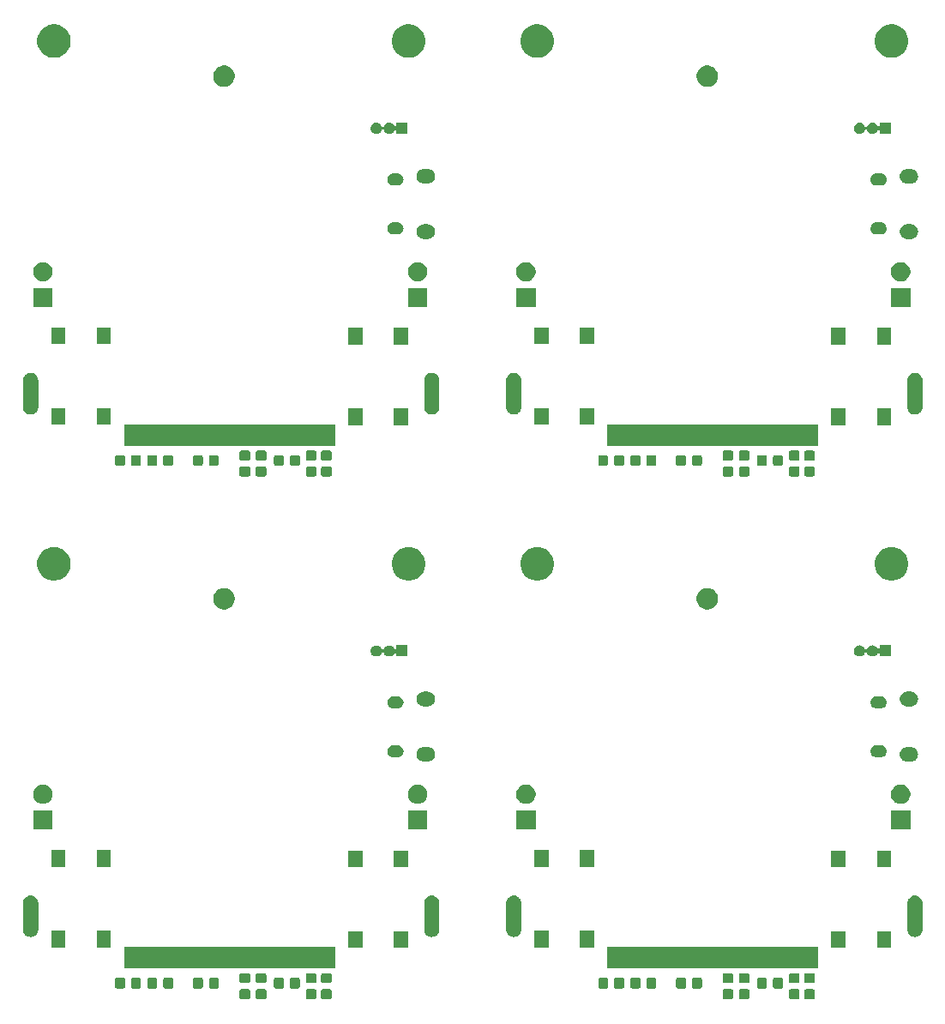
<source format=gbr>
G04 #@! TF.GenerationSoftware,KiCad,Pcbnew,5.1.4*
G04 #@! TF.CreationDate,2019-09-20T10:22:23+02:00*
G04 #@! TF.ProjectId,panel,70616e65-6c2e-46b6-9963-61645f706362,0.1*
G04 #@! TF.SameCoordinates,Original*
G04 #@! TF.FileFunction,Soldermask,Top*
G04 #@! TF.FilePolarity,Negative*
%FSLAX46Y46*%
G04 Gerber Fmt 4.6, Leading zero omitted, Abs format (unit mm)*
G04 Created by KiCad (PCBNEW 5.1.4) date 2019-09-20 10:22:23*
%MOMM*%
%LPD*%
G04 APERTURE LIST*
%ADD10C,0.100000*%
G04 APERTURE END LIST*
D10*
G36*
X95679591Y-174603085D02*
G01*
X95713569Y-174613393D01*
X95744890Y-174630134D01*
X95772339Y-174652661D01*
X95794866Y-174680110D01*
X95811607Y-174711431D01*
X95821915Y-174745409D01*
X95826000Y-174786890D01*
X95826000Y-175388110D01*
X95821915Y-175429591D01*
X95811607Y-175463569D01*
X95794866Y-175494890D01*
X95772339Y-175522339D01*
X95744890Y-175544866D01*
X95713569Y-175561607D01*
X95679591Y-175571915D01*
X95638110Y-175576000D01*
X94961890Y-175576000D01*
X94920409Y-175571915D01*
X94886431Y-175561607D01*
X94855110Y-175544866D01*
X94827661Y-175522339D01*
X94805134Y-175494890D01*
X94788393Y-175463569D01*
X94778085Y-175429591D01*
X94774000Y-175388110D01*
X94774000Y-174786890D01*
X94778085Y-174745409D01*
X94788393Y-174711431D01*
X94805134Y-174680110D01*
X94827661Y-174652661D01*
X94855110Y-174630134D01*
X94886431Y-174613393D01*
X94920409Y-174603085D01*
X94961890Y-174599000D01*
X95638110Y-174599000D01*
X95679591Y-174603085D01*
X95679591Y-174603085D01*
G37*
G36*
X138429591Y-174603085D02*
G01*
X138463569Y-174613393D01*
X138494890Y-174630134D01*
X138522339Y-174652661D01*
X138544866Y-174680110D01*
X138561607Y-174711431D01*
X138571915Y-174745409D01*
X138576000Y-174786890D01*
X138576000Y-175388110D01*
X138571915Y-175429591D01*
X138561607Y-175463569D01*
X138544866Y-175494890D01*
X138522339Y-175522339D01*
X138494890Y-175544866D01*
X138463569Y-175561607D01*
X138429591Y-175571915D01*
X138388110Y-175576000D01*
X137711890Y-175576000D01*
X137670409Y-175571915D01*
X137636431Y-175561607D01*
X137605110Y-175544866D01*
X137577661Y-175522339D01*
X137555134Y-175494890D01*
X137538393Y-175463569D01*
X137528085Y-175429591D01*
X137524000Y-175388110D01*
X137524000Y-174786890D01*
X137528085Y-174745409D01*
X137538393Y-174711431D01*
X137555134Y-174680110D01*
X137577661Y-174652661D01*
X137605110Y-174630134D01*
X137636431Y-174613393D01*
X137670409Y-174603085D01*
X137711890Y-174599000D01*
X138388110Y-174599000D01*
X138429591Y-174603085D01*
X138429591Y-174603085D01*
G37*
G36*
X136829591Y-174603085D02*
G01*
X136863569Y-174613393D01*
X136894890Y-174630134D01*
X136922339Y-174652661D01*
X136944866Y-174680110D01*
X136961607Y-174711431D01*
X136971915Y-174745409D01*
X136976000Y-174786890D01*
X136976000Y-175388110D01*
X136971915Y-175429591D01*
X136961607Y-175463569D01*
X136944866Y-175494890D01*
X136922339Y-175522339D01*
X136894890Y-175544866D01*
X136863569Y-175561607D01*
X136829591Y-175571915D01*
X136788110Y-175576000D01*
X136111890Y-175576000D01*
X136070409Y-175571915D01*
X136036431Y-175561607D01*
X136005110Y-175544866D01*
X135977661Y-175522339D01*
X135955134Y-175494890D01*
X135938393Y-175463569D01*
X135928085Y-175429591D01*
X135924000Y-175388110D01*
X135924000Y-174786890D01*
X135928085Y-174745409D01*
X135938393Y-174711431D01*
X135955134Y-174680110D01*
X135977661Y-174652661D01*
X136005110Y-174630134D01*
X136036431Y-174613393D01*
X136070409Y-174603085D01*
X136111890Y-174599000D01*
X136788110Y-174599000D01*
X136829591Y-174603085D01*
X136829591Y-174603085D01*
G37*
G36*
X90729591Y-174603085D02*
G01*
X90763569Y-174613393D01*
X90794890Y-174630134D01*
X90822339Y-174652661D01*
X90844866Y-174680110D01*
X90861607Y-174711431D01*
X90871915Y-174745409D01*
X90876000Y-174786890D01*
X90876000Y-175388110D01*
X90871915Y-175429591D01*
X90861607Y-175463569D01*
X90844866Y-175494890D01*
X90822339Y-175522339D01*
X90794890Y-175544866D01*
X90763569Y-175561607D01*
X90729591Y-175571915D01*
X90688110Y-175576000D01*
X90011890Y-175576000D01*
X89970409Y-175571915D01*
X89936431Y-175561607D01*
X89905110Y-175544866D01*
X89877661Y-175522339D01*
X89855134Y-175494890D01*
X89838393Y-175463569D01*
X89828085Y-175429591D01*
X89824000Y-175388110D01*
X89824000Y-174786890D01*
X89828085Y-174745409D01*
X89838393Y-174711431D01*
X89855134Y-174680110D01*
X89877661Y-174652661D01*
X89905110Y-174630134D01*
X89936431Y-174613393D01*
X89970409Y-174603085D01*
X90011890Y-174599000D01*
X90688110Y-174599000D01*
X90729591Y-174603085D01*
X90729591Y-174603085D01*
G37*
G36*
X89129591Y-174603085D02*
G01*
X89163569Y-174613393D01*
X89194890Y-174630134D01*
X89222339Y-174652661D01*
X89244866Y-174680110D01*
X89261607Y-174711431D01*
X89271915Y-174745409D01*
X89276000Y-174786890D01*
X89276000Y-175388110D01*
X89271915Y-175429591D01*
X89261607Y-175463569D01*
X89244866Y-175494890D01*
X89222339Y-175522339D01*
X89194890Y-175544866D01*
X89163569Y-175561607D01*
X89129591Y-175571915D01*
X89088110Y-175576000D01*
X88411890Y-175576000D01*
X88370409Y-175571915D01*
X88336431Y-175561607D01*
X88305110Y-175544866D01*
X88277661Y-175522339D01*
X88255134Y-175494890D01*
X88238393Y-175463569D01*
X88228085Y-175429591D01*
X88224000Y-175388110D01*
X88224000Y-174786890D01*
X88228085Y-174745409D01*
X88238393Y-174711431D01*
X88255134Y-174680110D01*
X88277661Y-174652661D01*
X88305110Y-174630134D01*
X88336431Y-174613393D01*
X88370409Y-174603085D01*
X88411890Y-174599000D01*
X89088110Y-174599000D01*
X89129591Y-174603085D01*
X89129591Y-174603085D01*
G37*
G36*
X97179591Y-174603085D02*
G01*
X97213569Y-174613393D01*
X97244890Y-174630134D01*
X97272339Y-174652661D01*
X97294866Y-174680110D01*
X97311607Y-174711431D01*
X97321915Y-174745409D01*
X97326000Y-174786890D01*
X97326000Y-175388110D01*
X97321915Y-175429591D01*
X97311607Y-175463569D01*
X97294866Y-175494890D01*
X97272339Y-175522339D01*
X97244890Y-175544866D01*
X97213569Y-175561607D01*
X97179591Y-175571915D01*
X97138110Y-175576000D01*
X96461890Y-175576000D01*
X96420409Y-175571915D01*
X96386431Y-175561607D01*
X96355110Y-175544866D01*
X96327661Y-175522339D01*
X96305134Y-175494890D01*
X96288393Y-175463569D01*
X96278085Y-175429591D01*
X96274000Y-175388110D01*
X96274000Y-174786890D01*
X96278085Y-174745409D01*
X96288393Y-174711431D01*
X96305134Y-174680110D01*
X96327661Y-174652661D01*
X96355110Y-174630134D01*
X96386431Y-174613393D01*
X96420409Y-174603085D01*
X96461890Y-174599000D01*
X97138110Y-174599000D01*
X97179591Y-174603085D01*
X97179591Y-174603085D01*
G37*
G36*
X144879591Y-174603085D02*
G01*
X144913569Y-174613393D01*
X144944890Y-174630134D01*
X144972339Y-174652661D01*
X144994866Y-174680110D01*
X145011607Y-174711431D01*
X145021915Y-174745409D01*
X145026000Y-174786890D01*
X145026000Y-175388110D01*
X145021915Y-175429591D01*
X145011607Y-175463569D01*
X144994866Y-175494890D01*
X144972339Y-175522339D01*
X144944890Y-175544866D01*
X144913569Y-175561607D01*
X144879591Y-175571915D01*
X144838110Y-175576000D01*
X144161890Y-175576000D01*
X144120409Y-175571915D01*
X144086431Y-175561607D01*
X144055110Y-175544866D01*
X144027661Y-175522339D01*
X144005134Y-175494890D01*
X143988393Y-175463569D01*
X143978085Y-175429591D01*
X143974000Y-175388110D01*
X143974000Y-174786890D01*
X143978085Y-174745409D01*
X143988393Y-174711431D01*
X144005134Y-174680110D01*
X144027661Y-174652661D01*
X144055110Y-174630134D01*
X144086431Y-174613393D01*
X144120409Y-174603085D01*
X144161890Y-174599000D01*
X144838110Y-174599000D01*
X144879591Y-174603085D01*
X144879591Y-174603085D01*
G37*
G36*
X143379591Y-174603085D02*
G01*
X143413569Y-174613393D01*
X143444890Y-174630134D01*
X143472339Y-174652661D01*
X143494866Y-174680110D01*
X143511607Y-174711431D01*
X143521915Y-174745409D01*
X143526000Y-174786890D01*
X143526000Y-175388110D01*
X143521915Y-175429591D01*
X143511607Y-175463569D01*
X143494866Y-175494890D01*
X143472339Y-175522339D01*
X143444890Y-175544866D01*
X143413569Y-175561607D01*
X143379591Y-175571915D01*
X143338110Y-175576000D01*
X142661890Y-175576000D01*
X142620409Y-175571915D01*
X142586431Y-175561607D01*
X142555110Y-175544866D01*
X142527661Y-175522339D01*
X142505134Y-175494890D01*
X142488393Y-175463569D01*
X142478085Y-175429591D01*
X142474000Y-175388110D01*
X142474000Y-174786890D01*
X142478085Y-174745409D01*
X142488393Y-174711431D01*
X142505134Y-174680110D01*
X142527661Y-174652661D01*
X142555110Y-174630134D01*
X142586431Y-174613393D01*
X142620409Y-174603085D01*
X142661890Y-174599000D01*
X143338110Y-174599000D01*
X143379591Y-174603085D01*
X143379591Y-174603085D01*
G37*
G36*
X78342091Y-173478085D02*
G01*
X78376069Y-173488393D01*
X78407390Y-173505134D01*
X78434839Y-173527661D01*
X78457366Y-173555110D01*
X78474107Y-173586431D01*
X78484415Y-173620409D01*
X78488500Y-173661890D01*
X78488500Y-174338110D01*
X78484415Y-174379591D01*
X78474107Y-174413569D01*
X78457366Y-174444890D01*
X78434839Y-174472339D01*
X78407390Y-174494866D01*
X78376069Y-174511607D01*
X78342091Y-174521915D01*
X78300610Y-174526000D01*
X77699390Y-174526000D01*
X77657909Y-174521915D01*
X77623931Y-174511607D01*
X77592610Y-174494866D01*
X77565161Y-174472339D01*
X77542634Y-174444890D01*
X77525893Y-174413569D01*
X77515585Y-174379591D01*
X77511500Y-174338110D01*
X77511500Y-173661890D01*
X77515585Y-173620409D01*
X77525893Y-173586431D01*
X77542634Y-173555110D01*
X77565161Y-173527661D01*
X77592610Y-173505134D01*
X77623931Y-173488393D01*
X77657909Y-173478085D01*
X77699390Y-173474000D01*
X78300610Y-173474000D01*
X78342091Y-173478085D01*
X78342091Y-173478085D01*
G37*
G36*
X124467091Y-173478085D02*
G01*
X124501069Y-173488393D01*
X124532390Y-173505134D01*
X124559839Y-173527661D01*
X124582366Y-173555110D01*
X124599107Y-173586431D01*
X124609415Y-173620409D01*
X124613500Y-173661890D01*
X124613500Y-174338110D01*
X124609415Y-174379591D01*
X124599107Y-174413569D01*
X124582366Y-174444890D01*
X124559839Y-174472339D01*
X124532390Y-174494866D01*
X124501069Y-174511607D01*
X124467091Y-174521915D01*
X124425610Y-174526000D01*
X123824390Y-174526000D01*
X123782909Y-174521915D01*
X123748931Y-174511607D01*
X123717610Y-174494866D01*
X123690161Y-174472339D01*
X123667634Y-174444890D01*
X123650893Y-174413569D01*
X123640585Y-174379591D01*
X123636500Y-174338110D01*
X123636500Y-173661890D01*
X123640585Y-173620409D01*
X123650893Y-173586431D01*
X123667634Y-173555110D01*
X123690161Y-173527661D01*
X123717610Y-173505134D01*
X123748931Y-173488393D01*
X123782909Y-173478085D01*
X123824390Y-173474000D01*
X124425610Y-173474000D01*
X124467091Y-173478085D01*
X124467091Y-173478085D01*
G37*
G36*
X76767091Y-173478085D02*
G01*
X76801069Y-173488393D01*
X76832390Y-173505134D01*
X76859839Y-173527661D01*
X76882366Y-173555110D01*
X76899107Y-173586431D01*
X76909415Y-173620409D01*
X76913500Y-173661890D01*
X76913500Y-174338110D01*
X76909415Y-174379591D01*
X76899107Y-174413569D01*
X76882366Y-174444890D01*
X76859839Y-174472339D01*
X76832390Y-174494866D01*
X76801069Y-174511607D01*
X76767091Y-174521915D01*
X76725610Y-174526000D01*
X76124390Y-174526000D01*
X76082909Y-174521915D01*
X76048931Y-174511607D01*
X76017610Y-174494866D01*
X75990161Y-174472339D01*
X75967634Y-174444890D01*
X75950893Y-174413569D01*
X75940585Y-174379591D01*
X75936500Y-174338110D01*
X75936500Y-173661890D01*
X75940585Y-173620409D01*
X75950893Y-173586431D01*
X75967634Y-173555110D01*
X75990161Y-173527661D01*
X76017610Y-173505134D01*
X76048931Y-173488393D01*
X76082909Y-173478085D01*
X76124390Y-173474000D01*
X76725610Y-173474000D01*
X76767091Y-173478085D01*
X76767091Y-173478085D01*
G37*
G36*
X79954591Y-173478085D02*
G01*
X79988569Y-173488393D01*
X80019890Y-173505134D01*
X80047339Y-173527661D01*
X80069866Y-173555110D01*
X80086607Y-173586431D01*
X80096915Y-173620409D01*
X80101000Y-173661890D01*
X80101000Y-174338110D01*
X80096915Y-174379591D01*
X80086607Y-174413569D01*
X80069866Y-174444890D01*
X80047339Y-174472339D01*
X80019890Y-174494866D01*
X79988569Y-174511607D01*
X79954591Y-174521915D01*
X79913110Y-174526000D01*
X79311890Y-174526000D01*
X79270409Y-174521915D01*
X79236431Y-174511607D01*
X79205110Y-174494866D01*
X79177661Y-174472339D01*
X79155134Y-174444890D01*
X79138393Y-174413569D01*
X79128085Y-174379591D01*
X79124000Y-174338110D01*
X79124000Y-173661890D01*
X79128085Y-173620409D01*
X79138393Y-173586431D01*
X79155134Y-173555110D01*
X79177661Y-173527661D01*
X79205110Y-173505134D01*
X79236431Y-173488393D01*
X79270409Y-173478085D01*
X79311890Y-173474000D01*
X79913110Y-173474000D01*
X79954591Y-173478085D01*
X79954591Y-173478085D01*
G37*
G36*
X129229591Y-173478085D02*
G01*
X129263569Y-173488393D01*
X129294890Y-173505134D01*
X129322339Y-173527661D01*
X129344866Y-173555110D01*
X129361607Y-173586431D01*
X129371915Y-173620409D01*
X129376000Y-173661890D01*
X129376000Y-174338110D01*
X129371915Y-174379591D01*
X129361607Y-174413569D01*
X129344866Y-174444890D01*
X129322339Y-174472339D01*
X129294890Y-174494866D01*
X129263569Y-174511607D01*
X129229591Y-174521915D01*
X129188110Y-174526000D01*
X128586890Y-174526000D01*
X128545409Y-174521915D01*
X128511431Y-174511607D01*
X128480110Y-174494866D01*
X128452661Y-174472339D01*
X128430134Y-174444890D01*
X128413393Y-174413569D01*
X128403085Y-174379591D01*
X128399000Y-174338110D01*
X128399000Y-173661890D01*
X128403085Y-173620409D01*
X128413393Y-173586431D01*
X128430134Y-173555110D01*
X128452661Y-173527661D01*
X128480110Y-173505134D01*
X128511431Y-173488393D01*
X128545409Y-173478085D01*
X128586890Y-173474000D01*
X129188110Y-173474000D01*
X129229591Y-173478085D01*
X129229591Y-173478085D01*
G37*
G36*
X86029591Y-173478085D02*
G01*
X86063569Y-173488393D01*
X86094890Y-173505134D01*
X86122339Y-173527661D01*
X86144866Y-173555110D01*
X86161607Y-173586431D01*
X86171915Y-173620409D01*
X86176000Y-173661890D01*
X86176000Y-174338110D01*
X86171915Y-174379591D01*
X86161607Y-174413569D01*
X86144866Y-174444890D01*
X86122339Y-174472339D01*
X86094890Y-174494866D01*
X86063569Y-174511607D01*
X86029591Y-174521915D01*
X85988110Y-174526000D01*
X85386890Y-174526000D01*
X85345409Y-174521915D01*
X85311431Y-174511607D01*
X85280110Y-174494866D01*
X85252661Y-174472339D01*
X85230134Y-174444890D01*
X85213393Y-174413569D01*
X85203085Y-174379591D01*
X85199000Y-174338110D01*
X85199000Y-173661890D01*
X85203085Y-173620409D01*
X85213393Y-173586431D01*
X85230134Y-173555110D01*
X85252661Y-173527661D01*
X85280110Y-173505134D01*
X85311431Y-173488393D01*
X85345409Y-173478085D01*
X85386890Y-173474000D01*
X85988110Y-173474000D01*
X86029591Y-173478085D01*
X86029591Y-173478085D01*
G37*
G36*
X84454591Y-173478085D02*
G01*
X84488569Y-173488393D01*
X84519890Y-173505134D01*
X84547339Y-173527661D01*
X84569866Y-173555110D01*
X84586607Y-173586431D01*
X84596915Y-173620409D01*
X84601000Y-173661890D01*
X84601000Y-174338110D01*
X84596915Y-174379591D01*
X84586607Y-174413569D01*
X84569866Y-174444890D01*
X84547339Y-174472339D01*
X84519890Y-174494866D01*
X84488569Y-174511607D01*
X84454591Y-174521915D01*
X84413110Y-174526000D01*
X83811890Y-174526000D01*
X83770409Y-174521915D01*
X83736431Y-174511607D01*
X83705110Y-174494866D01*
X83677661Y-174472339D01*
X83655134Y-174444890D01*
X83638393Y-174413569D01*
X83628085Y-174379591D01*
X83624000Y-174338110D01*
X83624000Y-173661890D01*
X83628085Y-173620409D01*
X83638393Y-173586431D01*
X83655134Y-173555110D01*
X83677661Y-173527661D01*
X83705110Y-173505134D01*
X83736431Y-173488393D01*
X83770409Y-173478085D01*
X83811890Y-173474000D01*
X84413110Y-173474000D01*
X84454591Y-173478085D01*
X84454591Y-173478085D01*
G37*
G36*
X81529591Y-173478085D02*
G01*
X81563569Y-173488393D01*
X81594890Y-173505134D01*
X81622339Y-173527661D01*
X81644866Y-173555110D01*
X81661607Y-173586431D01*
X81671915Y-173620409D01*
X81676000Y-173661890D01*
X81676000Y-174338110D01*
X81671915Y-174379591D01*
X81661607Y-174413569D01*
X81644866Y-174444890D01*
X81622339Y-174472339D01*
X81594890Y-174494866D01*
X81563569Y-174511607D01*
X81529591Y-174521915D01*
X81488110Y-174526000D01*
X80886890Y-174526000D01*
X80845409Y-174521915D01*
X80811431Y-174511607D01*
X80780110Y-174494866D01*
X80752661Y-174472339D01*
X80730134Y-174444890D01*
X80713393Y-174413569D01*
X80703085Y-174379591D01*
X80699000Y-174338110D01*
X80699000Y-173661890D01*
X80703085Y-173620409D01*
X80713393Y-173586431D01*
X80730134Y-173555110D01*
X80752661Y-173527661D01*
X80780110Y-173505134D01*
X80811431Y-173488393D01*
X80845409Y-173478085D01*
X80886890Y-173474000D01*
X81488110Y-173474000D01*
X81529591Y-173478085D01*
X81529591Y-173478085D01*
G37*
G36*
X94029591Y-173478085D02*
G01*
X94063569Y-173488393D01*
X94094890Y-173505134D01*
X94122339Y-173527661D01*
X94144866Y-173555110D01*
X94161607Y-173586431D01*
X94171915Y-173620409D01*
X94176000Y-173661890D01*
X94176000Y-174338110D01*
X94171915Y-174379591D01*
X94161607Y-174413569D01*
X94144866Y-174444890D01*
X94122339Y-174472339D01*
X94094890Y-174494866D01*
X94063569Y-174511607D01*
X94029591Y-174521915D01*
X93988110Y-174526000D01*
X93386890Y-174526000D01*
X93345409Y-174521915D01*
X93311431Y-174511607D01*
X93280110Y-174494866D01*
X93252661Y-174472339D01*
X93230134Y-174444890D01*
X93213393Y-174413569D01*
X93203085Y-174379591D01*
X93199000Y-174338110D01*
X93199000Y-173661890D01*
X93203085Y-173620409D01*
X93213393Y-173586431D01*
X93230134Y-173555110D01*
X93252661Y-173527661D01*
X93280110Y-173505134D01*
X93311431Y-173488393D01*
X93345409Y-173478085D01*
X93386890Y-173474000D01*
X93988110Y-173474000D01*
X94029591Y-173478085D01*
X94029591Y-173478085D01*
G37*
G36*
X133729591Y-173478085D02*
G01*
X133763569Y-173488393D01*
X133794890Y-173505134D01*
X133822339Y-173527661D01*
X133844866Y-173555110D01*
X133861607Y-173586431D01*
X133871915Y-173620409D01*
X133876000Y-173661890D01*
X133876000Y-174338110D01*
X133871915Y-174379591D01*
X133861607Y-174413569D01*
X133844866Y-174444890D01*
X133822339Y-174472339D01*
X133794890Y-174494866D01*
X133763569Y-174511607D01*
X133729591Y-174521915D01*
X133688110Y-174526000D01*
X133086890Y-174526000D01*
X133045409Y-174521915D01*
X133011431Y-174511607D01*
X132980110Y-174494866D01*
X132952661Y-174472339D01*
X132930134Y-174444890D01*
X132913393Y-174413569D01*
X132903085Y-174379591D01*
X132899000Y-174338110D01*
X132899000Y-173661890D01*
X132903085Y-173620409D01*
X132913393Y-173586431D01*
X132930134Y-173555110D01*
X132952661Y-173527661D01*
X132980110Y-173505134D01*
X133011431Y-173488393D01*
X133045409Y-173478085D01*
X133086890Y-173474000D01*
X133688110Y-173474000D01*
X133729591Y-173478085D01*
X133729591Y-173478085D01*
G37*
G36*
X132154591Y-173478085D02*
G01*
X132188569Y-173488393D01*
X132219890Y-173505134D01*
X132247339Y-173527661D01*
X132269866Y-173555110D01*
X132286607Y-173586431D01*
X132296915Y-173620409D01*
X132301000Y-173661890D01*
X132301000Y-174338110D01*
X132296915Y-174379591D01*
X132286607Y-174413569D01*
X132269866Y-174444890D01*
X132247339Y-174472339D01*
X132219890Y-174494866D01*
X132188569Y-174511607D01*
X132154591Y-174521915D01*
X132113110Y-174526000D01*
X131511890Y-174526000D01*
X131470409Y-174521915D01*
X131436431Y-174511607D01*
X131405110Y-174494866D01*
X131377661Y-174472339D01*
X131355134Y-174444890D01*
X131338393Y-174413569D01*
X131328085Y-174379591D01*
X131324000Y-174338110D01*
X131324000Y-173661890D01*
X131328085Y-173620409D01*
X131338393Y-173586431D01*
X131355134Y-173555110D01*
X131377661Y-173527661D01*
X131405110Y-173505134D01*
X131436431Y-173488393D01*
X131470409Y-173478085D01*
X131511890Y-173474000D01*
X132113110Y-173474000D01*
X132154591Y-173478085D01*
X132154591Y-173478085D01*
G37*
G36*
X126042091Y-173478085D02*
G01*
X126076069Y-173488393D01*
X126107390Y-173505134D01*
X126134839Y-173527661D01*
X126157366Y-173555110D01*
X126174107Y-173586431D01*
X126184415Y-173620409D01*
X126188500Y-173661890D01*
X126188500Y-174338110D01*
X126184415Y-174379591D01*
X126174107Y-174413569D01*
X126157366Y-174444890D01*
X126134839Y-174472339D01*
X126107390Y-174494866D01*
X126076069Y-174511607D01*
X126042091Y-174521915D01*
X126000610Y-174526000D01*
X125399390Y-174526000D01*
X125357909Y-174521915D01*
X125323931Y-174511607D01*
X125292610Y-174494866D01*
X125265161Y-174472339D01*
X125242634Y-174444890D01*
X125225893Y-174413569D01*
X125215585Y-174379591D01*
X125211500Y-174338110D01*
X125211500Y-173661890D01*
X125215585Y-173620409D01*
X125225893Y-173586431D01*
X125242634Y-173555110D01*
X125265161Y-173527661D01*
X125292610Y-173505134D01*
X125323931Y-173488393D01*
X125357909Y-173478085D01*
X125399390Y-173474000D01*
X126000610Y-173474000D01*
X126042091Y-173478085D01*
X126042091Y-173478085D01*
G37*
G36*
X141729591Y-173478085D02*
G01*
X141763569Y-173488393D01*
X141794890Y-173505134D01*
X141822339Y-173527661D01*
X141844866Y-173555110D01*
X141861607Y-173586431D01*
X141871915Y-173620409D01*
X141876000Y-173661890D01*
X141876000Y-174338110D01*
X141871915Y-174379591D01*
X141861607Y-174413569D01*
X141844866Y-174444890D01*
X141822339Y-174472339D01*
X141794890Y-174494866D01*
X141763569Y-174511607D01*
X141729591Y-174521915D01*
X141688110Y-174526000D01*
X141086890Y-174526000D01*
X141045409Y-174521915D01*
X141011431Y-174511607D01*
X140980110Y-174494866D01*
X140952661Y-174472339D01*
X140930134Y-174444890D01*
X140913393Y-174413569D01*
X140903085Y-174379591D01*
X140899000Y-174338110D01*
X140899000Y-173661890D01*
X140903085Y-173620409D01*
X140913393Y-173586431D01*
X140930134Y-173555110D01*
X140952661Y-173527661D01*
X140980110Y-173505134D01*
X141011431Y-173488393D01*
X141045409Y-173478085D01*
X141086890Y-173474000D01*
X141688110Y-173474000D01*
X141729591Y-173478085D01*
X141729591Y-173478085D01*
G37*
G36*
X92454591Y-173478085D02*
G01*
X92488569Y-173488393D01*
X92519890Y-173505134D01*
X92547339Y-173527661D01*
X92569866Y-173555110D01*
X92586607Y-173586431D01*
X92596915Y-173620409D01*
X92601000Y-173661890D01*
X92601000Y-174338110D01*
X92596915Y-174379591D01*
X92586607Y-174413569D01*
X92569866Y-174444890D01*
X92547339Y-174472339D01*
X92519890Y-174494866D01*
X92488569Y-174511607D01*
X92454591Y-174521915D01*
X92413110Y-174526000D01*
X91811890Y-174526000D01*
X91770409Y-174521915D01*
X91736431Y-174511607D01*
X91705110Y-174494866D01*
X91677661Y-174472339D01*
X91655134Y-174444890D01*
X91638393Y-174413569D01*
X91628085Y-174379591D01*
X91624000Y-174338110D01*
X91624000Y-173661890D01*
X91628085Y-173620409D01*
X91638393Y-173586431D01*
X91655134Y-173555110D01*
X91677661Y-173527661D01*
X91705110Y-173505134D01*
X91736431Y-173488393D01*
X91770409Y-173478085D01*
X91811890Y-173474000D01*
X92413110Y-173474000D01*
X92454591Y-173478085D01*
X92454591Y-173478085D01*
G37*
G36*
X127654591Y-173478085D02*
G01*
X127688569Y-173488393D01*
X127719890Y-173505134D01*
X127747339Y-173527661D01*
X127769866Y-173555110D01*
X127786607Y-173586431D01*
X127796915Y-173620409D01*
X127801000Y-173661890D01*
X127801000Y-174338110D01*
X127796915Y-174379591D01*
X127786607Y-174413569D01*
X127769866Y-174444890D01*
X127747339Y-174472339D01*
X127719890Y-174494866D01*
X127688569Y-174511607D01*
X127654591Y-174521915D01*
X127613110Y-174526000D01*
X127011890Y-174526000D01*
X126970409Y-174521915D01*
X126936431Y-174511607D01*
X126905110Y-174494866D01*
X126877661Y-174472339D01*
X126855134Y-174444890D01*
X126838393Y-174413569D01*
X126828085Y-174379591D01*
X126824000Y-174338110D01*
X126824000Y-173661890D01*
X126828085Y-173620409D01*
X126838393Y-173586431D01*
X126855134Y-173555110D01*
X126877661Y-173527661D01*
X126905110Y-173505134D01*
X126936431Y-173488393D01*
X126970409Y-173478085D01*
X127011890Y-173474000D01*
X127613110Y-173474000D01*
X127654591Y-173478085D01*
X127654591Y-173478085D01*
G37*
G36*
X140154591Y-173478085D02*
G01*
X140188569Y-173488393D01*
X140219890Y-173505134D01*
X140247339Y-173527661D01*
X140269866Y-173555110D01*
X140286607Y-173586431D01*
X140296915Y-173620409D01*
X140301000Y-173661890D01*
X140301000Y-174338110D01*
X140296915Y-174379591D01*
X140286607Y-174413569D01*
X140269866Y-174444890D01*
X140247339Y-174472339D01*
X140219890Y-174494866D01*
X140188569Y-174511607D01*
X140154591Y-174521915D01*
X140113110Y-174526000D01*
X139511890Y-174526000D01*
X139470409Y-174521915D01*
X139436431Y-174511607D01*
X139405110Y-174494866D01*
X139377661Y-174472339D01*
X139355134Y-174444890D01*
X139338393Y-174413569D01*
X139328085Y-174379591D01*
X139324000Y-174338110D01*
X139324000Y-173661890D01*
X139328085Y-173620409D01*
X139338393Y-173586431D01*
X139355134Y-173555110D01*
X139377661Y-173527661D01*
X139405110Y-173505134D01*
X139436431Y-173488393D01*
X139470409Y-173478085D01*
X139511890Y-173474000D01*
X140113110Y-173474000D01*
X140154591Y-173478085D01*
X140154591Y-173478085D01*
G37*
G36*
X143379591Y-173028085D02*
G01*
X143413569Y-173038393D01*
X143444890Y-173055134D01*
X143472339Y-173077661D01*
X143494866Y-173105110D01*
X143511607Y-173136431D01*
X143521915Y-173170409D01*
X143526000Y-173211890D01*
X143526000Y-173813110D01*
X143521915Y-173854591D01*
X143511607Y-173888569D01*
X143494866Y-173919890D01*
X143472339Y-173947339D01*
X143444890Y-173969866D01*
X143413569Y-173986607D01*
X143379591Y-173996915D01*
X143338110Y-174001000D01*
X142661890Y-174001000D01*
X142620409Y-173996915D01*
X142586431Y-173986607D01*
X142555110Y-173969866D01*
X142527661Y-173947339D01*
X142505134Y-173919890D01*
X142488393Y-173888569D01*
X142478085Y-173854591D01*
X142474000Y-173813110D01*
X142474000Y-173211890D01*
X142478085Y-173170409D01*
X142488393Y-173136431D01*
X142505134Y-173105110D01*
X142527661Y-173077661D01*
X142555110Y-173055134D01*
X142586431Y-173038393D01*
X142620409Y-173028085D01*
X142661890Y-173024000D01*
X143338110Y-173024000D01*
X143379591Y-173028085D01*
X143379591Y-173028085D01*
G37*
G36*
X95679591Y-173028085D02*
G01*
X95713569Y-173038393D01*
X95744890Y-173055134D01*
X95772339Y-173077661D01*
X95794866Y-173105110D01*
X95811607Y-173136431D01*
X95821915Y-173170409D01*
X95826000Y-173211890D01*
X95826000Y-173813110D01*
X95821915Y-173854591D01*
X95811607Y-173888569D01*
X95794866Y-173919890D01*
X95772339Y-173947339D01*
X95744890Y-173969866D01*
X95713569Y-173986607D01*
X95679591Y-173996915D01*
X95638110Y-174001000D01*
X94961890Y-174001000D01*
X94920409Y-173996915D01*
X94886431Y-173986607D01*
X94855110Y-173969866D01*
X94827661Y-173947339D01*
X94805134Y-173919890D01*
X94788393Y-173888569D01*
X94778085Y-173854591D01*
X94774000Y-173813110D01*
X94774000Y-173211890D01*
X94778085Y-173170409D01*
X94788393Y-173136431D01*
X94805134Y-173105110D01*
X94827661Y-173077661D01*
X94855110Y-173055134D01*
X94886431Y-173038393D01*
X94920409Y-173028085D01*
X94961890Y-173024000D01*
X95638110Y-173024000D01*
X95679591Y-173028085D01*
X95679591Y-173028085D01*
G37*
G36*
X97179591Y-173028085D02*
G01*
X97213569Y-173038393D01*
X97244890Y-173055134D01*
X97272339Y-173077661D01*
X97294866Y-173105110D01*
X97311607Y-173136431D01*
X97321915Y-173170409D01*
X97326000Y-173211890D01*
X97326000Y-173813110D01*
X97321915Y-173854591D01*
X97311607Y-173888569D01*
X97294866Y-173919890D01*
X97272339Y-173947339D01*
X97244890Y-173969866D01*
X97213569Y-173986607D01*
X97179591Y-173996915D01*
X97138110Y-174001000D01*
X96461890Y-174001000D01*
X96420409Y-173996915D01*
X96386431Y-173986607D01*
X96355110Y-173969866D01*
X96327661Y-173947339D01*
X96305134Y-173919890D01*
X96288393Y-173888569D01*
X96278085Y-173854591D01*
X96274000Y-173813110D01*
X96274000Y-173211890D01*
X96278085Y-173170409D01*
X96288393Y-173136431D01*
X96305134Y-173105110D01*
X96327661Y-173077661D01*
X96355110Y-173055134D01*
X96386431Y-173038393D01*
X96420409Y-173028085D01*
X96461890Y-173024000D01*
X97138110Y-173024000D01*
X97179591Y-173028085D01*
X97179591Y-173028085D01*
G37*
G36*
X136829591Y-173028085D02*
G01*
X136863569Y-173038393D01*
X136894890Y-173055134D01*
X136922339Y-173077661D01*
X136944866Y-173105110D01*
X136961607Y-173136431D01*
X136971915Y-173170409D01*
X136976000Y-173211890D01*
X136976000Y-173813110D01*
X136971915Y-173854591D01*
X136961607Y-173888569D01*
X136944866Y-173919890D01*
X136922339Y-173947339D01*
X136894890Y-173969866D01*
X136863569Y-173986607D01*
X136829591Y-173996915D01*
X136788110Y-174001000D01*
X136111890Y-174001000D01*
X136070409Y-173996915D01*
X136036431Y-173986607D01*
X136005110Y-173969866D01*
X135977661Y-173947339D01*
X135955134Y-173919890D01*
X135938393Y-173888569D01*
X135928085Y-173854591D01*
X135924000Y-173813110D01*
X135924000Y-173211890D01*
X135928085Y-173170409D01*
X135938393Y-173136431D01*
X135955134Y-173105110D01*
X135977661Y-173077661D01*
X136005110Y-173055134D01*
X136036431Y-173038393D01*
X136070409Y-173028085D01*
X136111890Y-173024000D01*
X136788110Y-173024000D01*
X136829591Y-173028085D01*
X136829591Y-173028085D01*
G37*
G36*
X90729591Y-173028085D02*
G01*
X90763569Y-173038393D01*
X90794890Y-173055134D01*
X90822339Y-173077661D01*
X90844866Y-173105110D01*
X90861607Y-173136431D01*
X90871915Y-173170409D01*
X90876000Y-173211890D01*
X90876000Y-173813110D01*
X90871915Y-173854591D01*
X90861607Y-173888569D01*
X90844866Y-173919890D01*
X90822339Y-173947339D01*
X90794890Y-173969866D01*
X90763569Y-173986607D01*
X90729591Y-173996915D01*
X90688110Y-174001000D01*
X90011890Y-174001000D01*
X89970409Y-173996915D01*
X89936431Y-173986607D01*
X89905110Y-173969866D01*
X89877661Y-173947339D01*
X89855134Y-173919890D01*
X89838393Y-173888569D01*
X89828085Y-173854591D01*
X89824000Y-173813110D01*
X89824000Y-173211890D01*
X89828085Y-173170409D01*
X89838393Y-173136431D01*
X89855134Y-173105110D01*
X89877661Y-173077661D01*
X89905110Y-173055134D01*
X89936431Y-173038393D01*
X89970409Y-173028085D01*
X90011890Y-173024000D01*
X90688110Y-173024000D01*
X90729591Y-173028085D01*
X90729591Y-173028085D01*
G37*
G36*
X138429591Y-173028085D02*
G01*
X138463569Y-173038393D01*
X138494890Y-173055134D01*
X138522339Y-173077661D01*
X138544866Y-173105110D01*
X138561607Y-173136431D01*
X138571915Y-173170409D01*
X138576000Y-173211890D01*
X138576000Y-173813110D01*
X138571915Y-173854591D01*
X138561607Y-173888569D01*
X138544866Y-173919890D01*
X138522339Y-173947339D01*
X138494890Y-173969866D01*
X138463569Y-173986607D01*
X138429591Y-173996915D01*
X138388110Y-174001000D01*
X137711890Y-174001000D01*
X137670409Y-173996915D01*
X137636431Y-173986607D01*
X137605110Y-173969866D01*
X137577661Y-173947339D01*
X137555134Y-173919890D01*
X137538393Y-173888569D01*
X137528085Y-173854591D01*
X137524000Y-173813110D01*
X137524000Y-173211890D01*
X137528085Y-173170409D01*
X137538393Y-173136431D01*
X137555134Y-173105110D01*
X137577661Y-173077661D01*
X137605110Y-173055134D01*
X137636431Y-173038393D01*
X137670409Y-173028085D01*
X137711890Y-173024000D01*
X138388110Y-173024000D01*
X138429591Y-173028085D01*
X138429591Y-173028085D01*
G37*
G36*
X89129591Y-173028085D02*
G01*
X89163569Y-173038393D01*
X89194890Y-173055134D01*
X89222339Y-173077661D01*
X89244866Y-173105110D01*
X89261607Y-173136431D01*
X89271915Y-173170409D01*
X89276000Y-173211890D01*
X89276000Y-173813110D01*
X89271915Y-173854591D01*
X89261607Y-173888569D01*
X89244866Y-173919890D01*
X89222339Y-173947339D01*
X89194890Y-173969866D01*
X89163569Y-173986607D01*
X89129591Y-173996915D01*
X89088110Y-174001000D01*
X88411890Y-174001000D01*
X88370409Y-173996915D01*
X88336431Y-173986607D01*
X88305110Y-173969866D01*
X88277661Y-173947339D01*
X88255134Y-173919890D01*
X88238393Y-173888569D01*
X88228085Y-173854591D01*
X88224000Y-173813110D01*
X88224000Y-173211890D01*
X88228085Y-173170409D01*
X88238393Y-173136431D01*
X88255134Y-173105110D01*
X88277661Y-173077661D01*
X88305110Y-173055134D01*
X88336431Y-173038393D01*
X88370409Y-173028085D01*
X88411890Y-173024000D01*
X89088110Y-173024000D01*
X89129591Y-173028085D01*
X89129591Y-173028085D01*
G37*
G36*
X144879591Y-173028085D02*
G01*
X144913569Y-173038393D01*
X144944890Y-173055134D01*
X144972339Y-173077661D01*
X144994866Y-173105110D01*
X145011607Y-173136431D01*
X145021915Y-173170409D01*
X145026000Y-173211890D01*
X145026000Y-173813110D01*
X145021915Y-173854591D01*
X145011607Y-173888569D01*
X144994866Y-173919890D01*
X144972339Y-173947339D01*
X144944890Y-173969866D01*
X144913569Y-173986607D01*
X144879591Y-173996915D01*
X144838110Y-174001000D01*
X144161890Y-174001000D01*
X144120409Y-173996915D01*
X144086431Y-173986607D01*
X144055110Y-173969866D01*
X144027661Y-173947339D01*
X144005134Y-173919890D01*
X143988393Y-173888569D01*
X143978085Y-173854591D01*
X143974000Y-173813110D01*
X143974000Y-173211890D01*
X143978085Y-173170409D01*
X143988393Y-173136431D01*
X144005134Y-173105110D01*
X144027661Y-173077661D01*
X144055110Y-173055134D01*
X144086431Y-173038393D01*
X144120409Y-173028085D01*
X144161890Y-173024000D01*
X144838110Y-173024000D01*
X144879591Y-173028085D01*
X144879591Y-173028085D01*
G37*
G36*
X97651000Y-172551000D02*
G01*
X76849000Y-172551000D01*
X76849000Y-170449000D01*
X97651000Y-170449000D01*
X97651000Y-172551000D01*
X97651000Y-172551000D01*
G37*
G36*
X145351000Y-172551000D02*
G01*
X124549000Y-172551000D01*
X124549000Y-170449000D01*
X145351000Y-170449000D01*
X145351000Y-172551000D01*
X145351000Y-172551000D01*
G37*
G36*
X100351000Y-170506000D02*
G01*
X98949000Y-170506000D01*
X98949000Y-168854000D01*
X100351000Y-168854000D01*
X100351000Y-170506000D01*
X100351000Y-170506000D01*
G37*
G36*
X148051000Y-170506000D02*
G01*
X146649000Y-170506000D01*
X146649000Y-168854000D01*
X148051000Y-168854000D01*
X148051000Y-170506000D01*
X148051000Y-170506000D01*
G37*
G36*
X152551000Y-170506000D02*
G01*
X151149000Y-170506000D01*
X151149000Y-168854000D01*
X152551000Y-168854000D01*
X152551000Y-170506000D01*
X152551000Y-170506000D01*
G37*
G36*
X104851000Y-170506000D02*
G01*
X103449000Y-170506000D01*
X103449000Y-168854000D01*
X104851000Y-168854000D01*
X104851000Y-170506000D01*
X104851000Y-170506000D01*
G37*
G36*
X71026000Y-170481000D02*
G01*
X69624000Y-170481000D01*
X69624000Y-168829000D01*
X71026000Y-168829000D01*
X71026000Y-170481000D01*
X71026000Y-170481000D01*
G37*
G36*
X118726000Y-170481000D02*
G01*
X117324000Y-170481000D01*
X117324000Y-168829000D01*
X118726000Y-168829000D01*
X118726000Y-170481000D01*
X118726000Y-170481000D01*
G37*
G36*
X123226000Y-170481000D02*
G01*
X121824000Y-170481000D01*
X121824000Y-168829000D01*
X123226000Y-168829000D01*
X123226000Y-170481000D01*
X123226000Y-170481000D01*
G37*
G36*
X75526000Y-170481000D02*
G01*
X74124000Y-170481000D01*
X74124000Y-168829000D01*
X75526000Y-168829000D01*
X75526000Y-170481000D01*
X75526000Y-170481000D01*
G37*
G36*
X107347222Y-165359867D02*
G01*
X107488786Y-165402810D01*
X107619252Y-165472546D01*
X107649040Y-165496992D01*
X107733607Y-165566393D01*
X107803008Y-165650960D01*
X107827454Y-165680748D01*
X107897190Y-165811214D01*
X107940133Y-165952778D01*
X107951000Y-166063113D01*
X107951000Y-168736887D01*
X107940133Y-168847222D01*
X107897190Y-168988786D01*
X107827454Y-169119252D01*
X107790784Y-169163934D01*
X107733607Y-169233606D01*
X107669415Y-169286286D01*
X107619251Y-169327454D01*
X107488785Y-169397190D01*
X107347221Y-169440133D01*
X107200000Y-169454633D01*
X107052778Y-169440133D01*
X106911214Y-169397190D01*
X106780748Y-169327454D01*
X106736066Y-169290784D01*
X106666394Y-169233607D01*
X106572547Y-169119252D01*
X106572546Y-169119251D01*
X106502810Y-168988785D01*
X106459867Y-168847221D01*
X106449000Y-168736886D01*
X106449001Y-166063113D01*
X106459868Y-165952778D01*
X106502811Y-165811214D01*
X106572547Y-165680748D01*
X106596993Y-165650960D01*
X106666394Y-165566393D01*
X106750961Y-165496992D01*
X106780749Y-165472546D01*
X106911215Y-165402810D01*
X107052779Y-165359867D01*
X107200000Y-165345367D01*
X107347222Y-165359867D01*
X107347222Y-165359867D01*
G37*
G36*
X67747221Y-165359867D02*
G01*
X67888785Y-165402810D01*
X68019251Y-165472546D01*
X68069415Y-165513714D01*
X68133607Y-165566394D01*
X68190784Y-165636066D01*
X68227454Y-165680748D01*
X68297190Y-165811214D01*
X68340133Y-165952778D01*
X68351000Y-166063113D01*
X68351000Y-168736887D01*
X68340133Y-168847222D01*
X68297190Y-168988786D01*
X68227454Y-169119252D01*
X68203008Y-169149040D01*
X68133607Y-169233607D01*
X68049040Y-169303008D01*
X68019252Y-169327454D01*
X67888786Y-169397190D01*
X67747222Y-169440133D01*
X67600000Y-169454633D01*
X67452779Y-169440133D01*
X67311215Y-169397190D01*
X67180749Y-169327454D01*
X67150961Y-169303008D01*
X67066394Y-169233607D01*
X66996993Y-169149040D01*
X66972547Y-169119252D01*
X66902811Y-168988786D01*
X66859868Y-168847222D01*
X66849001Y-168736887D01*
X66849000Y-166063114D01*
X66859867Y-165952779D01*
X66902810Y-165811215D01*
X66972546Y-165680749D01*
X67013714Y-165630585D01*
X67066394Y-165566393D01*
X67136066Y-165509216D01*
X67180748Y-165472546D01*
X67311214Y-165402810D01*
X67452778Y-165359867D01*
X67600000Y-165345367D01*
X67747221Y-165359867D01*
X67747221Y-165359867D01*
G37*
G36*
X115447221Y-165359867D02*
G01*
X115588785Y-165402810D01*
X115719251Y-165472546D01*
X115769415Y-165513714D01*
X115833607Y-165566394D01*
X115890784Y-165636066D01*
X115927454Y-165680748D01*
X115997190Y-165811214D01*
X116040133Y-165952778D01*
X116051000Y-166063113D01*
X116051000Y-168736887D01*
X116040133Y-168847222D01*
X115997190Y-168988786D01*
X115927454Y-169119252D01*
X115903008Y-169149040D01*
X115833607Y-169233607D01*
X115749040Y-169303008D01*
X115719252Y-169327454D01*
X115588786Y-169397190D01*
X115447222Y-169440133D01*
X115300000Y-169454633D01*
X115152779Y-169440133D01*
X115011215Y-169397190D01*
X114880749Y-169327454D01*
X114850961Y-169303008D01*
X114766394Y-169233607D01*
X114696993Y-169149040D01*
X114672547Y-169119252D01*
X114602811Y-168988786D01*
X114559868Y-168847222D01*
X114549001Y-168736887D01*
X114549000Y-166063114D01*
X114559867Y-165952779D01*
X114602810Y-165811215D01*
X114672546Y-165680749D01*
X114713714Y-165630585D01*
X114766394Y-165566393D01*
X114836066Y-165509216D01*
X114880748Y-165472546D01*
X115011214Y-165402810D01*
X115152778Y-165359867D01*
X115300000Y-165345367D01*
X115447221Y-165359867D01*
X115447221Y-165359867D01*
G37*
G36*
X155047222Y-165359867D02*
G01*
X155188786Y-165402810D01*
X155319252Y-165472546D01*
X155349040Y-165496992D01*
X155433607Y-165566393D01*
X155503008Y-165650960D01*
X155527454Y-165680748D01*
X155597190Y-165811214D01*
X155640133Y-165952778D01*
X155651000Y-166063113D01*
X155651000Y-168736887D01*
X155640133Y-168847222D01*
X155597190Y-168988786D01*
X155527454Y-169119252D01*
X155490784Y-169163934D01*
X155433607Y-169233606D01*
X155369415Y-169286286D01*
X155319251Y-169327454D01*
X155188785Y-169397190D01*
X155047221Y-169440133D01*
X154900000Y-169454633D01*
X154752778Y-169440133D01*
X154611214Y-169397190D01*
X154480748Y-169327454D01*
X154436066Y-169290784D01*
X154366394Y-169233607D01*
X154272547Y-169119252D01*
X154272546Y-169119251D01*
X154202810Y-168988785D01*
X154159867Y-168847221D01*
X154149000Y-168736886D01*
X154149001Y-166063113D01*
X154159868Y-165952778D01*
X154202811Y-165811214D01*
X154272547Y-165680748D01*
X154296993Y-165650960D01*
X154366394Y-165566393D01*
X154450961Y-165496992D01*
X154480749Y-165472546D01*
X154611215Y-165402810D01*
X154752779Y-165359867D01*
X154900000Y-165345367D01*
X155047222Y-165359867D01*
X155047222Y-165359867D01*
G37*
G36*
X148051000Y-162546000D02*
G01*
X146649000Y-162546000D01*
X146649000Y-160894000D01*
X148051000Y-160894000D01*
X148051000Y-162546000D01*
X148051000Y-162546000D01*
G37*
G36*
X104851000Y-162546000D02*
G01*
X103449000Y-162546000D01*
X103449000Y-160894000D01*
X104851000Y-160894000D01*
X104851000Y-162546000D01*
X104851000Y-162546000D01*
G37*
G36*
X100351000Y-162546000D02*
G01*
X98949000Y-162546000D01*
X98949000Y-160894000D01*
X100351000Y-160894000D01*
X100351000Y-162546000D01*
X100351000Y-162546000D01*
G37*
G36*
X152551000Y-162546000D02*
G01*
X151149000Y-162546000D01*
X151149000Y-160894000D01*
X152551000Y-160894000D01*
X152551000Y-162546000D01*
X152551000Y-162546000D01*
G37*
G36*
X118726000Y-162521000D02*
G01*
X117324000Y-162521000D01*
X117324000Y-160869000D01*
X118726000Y-160869000D01*
X118726000Y-162521000D01*
X118726000Y-162521000D01*
G37*
G36*
X123226000Y-162521000D02*
G01*
X121824000Y-162521000D01*
X121824000Y-160869000D01*
X123226000Y-160869000D01*
X123226000Y-162521000D01*
X123226000Y-162521000D01*
G37*
G36*
X75526000Y-162521000D02*
G01*
X74124000Y-162521000D01*
X74124000Y-160869000D01*
X75526000Y-160869000D01*
X75526000Y-162521000D01*
X75526000Y-162521000D01*
G37*
G36*
X71026000Y-162521000D02*
G01*
X69624000Y-162521000D01*
X69624000Y-160869000D01*
X71026000Y-160869000D01*
X71026000Y-162521000D01*
X71026000Y-162521000D01*
G37*
G36*
X106751000Y-158851000D02*
G01*
X104849000Y-158851000D01*
X104849000Y-156949000D01*
X106751000Y-156949000D01*
X106751000Y-158851000D01*
X106751000Y-158851000D01*
G37*
G36*
X69751000Y-158851000D02*
G01*
X67849000Y-158851000D01*
X67849000Y-156949000D01*
X69751000Y-156949000D01*
X69751000Y-158851000D01*
X69751000Y-158851000D01*
G37*
G36*
X117451000Y-158851000D02*
G01*
X115549000Y-158851000D01*
X115549000Y-156949000D01*
X117451000Y-156949000D01*
X117451000Y-158851000D01*
X117451000Y-158851000D01*
G37*
G36*
X154451000Y-158851000D02*
G01*
X152549000Y-158851000D01*
X152549000Y-156949000D01*
X154451000Y-156949000D01*
X154451000Y-158851000D01*
X154451000Y-158851000D01*
G37*
G36*
X69077395Y-154445546D02*
G01*
X69250466Y-154517234D01*
X69250467Y-154517235D01*
X69406227Y-154621310D01*
X69538690Y-154753773D01*
X69538691Y-154753775D01*
X69642766Y-154909534D01*
X69714454Y-155082605D01*
X69751000Y-155266333D01*
X69751000Y-155453667D01*
X69714454Y-155637395D01*
X69642766Y-155810466D01*
X69642765Y-155810467D01*
X69538690Y-155966227D01*
X69406227Y-156098690D01*
X69327818Y-156151081D01*
X69250466Y-156202766D01*
X69077395Y-156274454D01*
X68893667Y-156311000D01*
X68706333Y-156311000D01*
X68522605Y-156274454D01*
X68349534Y-156202766D01*
X68272182Y-156151081D01*
X68193773Y-156098690D01*
X68061310Y-155966227D01*
X67957235Y-155810467D01*
X67957234Y-155810466D01*
X67885546Y-155637395D01*
X67849000Y-155453667D01*
X67849000Y-155266333D01*
X67885546Y-155082605D01*
X67957234Y-154909534D01*
X68061309Y-154753775D01*
X68061310Y-154753773D01*
X68193773Y-154621310D01*
X68349533Y-154517235D01*
X68349534Y-154517234D01*
X68522605Y-154445546D01*
X68706333Y-154409000D01*
X68893667Y-154409000D01*
X69077395Y-154445546D01*
X69077395Y-154445546D01*
G37*
G36*
X153777395Y-154445546D02*
G01*
X153950466Y-154517234D01*
X153950467Y-154517235D01*
X154106227Y-154621310D01*
X154238690Y-154753773D01*
X154238691Y-154753775D01*
X154342766Y-154909534D01*
X154414454Y-155082605D01*
X154451000Y-155266333D01*
X154451000Y-155453667D01*
X154414454Y-155637395D01*
X154342766Y-155810466D01*
X154342765Y-155810467D01*
X154238690Y-155966227D01*
X154106227Y-156098690D01*
X154027818Y-156151081D01*
X153950466Y-156202766D01*
X153777395Y-156274454D01*
X153593667Y-156311000D01*
X153406333Y-156311000D01*
X153222605Y-156274454D01*
X153049534Y-156202766D01*
X152972182Y-156151081D01*
X152893773Y-156098690D01*
X152761310Y-155966227D01*
X152657235Y-155810467D01*
X152657234Y-155810466D01*
X152585546Y-155637395D01*
X152549000Y-155453667D01*
X152549000Y-155266333D01*
X152585546Y-155082605D01*
X152657234Y-154909534D01*
X152761309Y-154753775D01*
X152761310Y-154753773D01*
X152893773Y-154621310D01*
X153049533Y-154517235D01*
X153049534Y-154517234D01*
X153222605Y-154445546D01*
X153406333Y-154409000D01*
X153593667Y-154409000D01*
X153777395Y-154445546D01*
X153777395Y-154445546D01*
G37*
G36*
X116777395Y-154445546D02*
G01*
X116950466Y-154517234D01*
X116950467Y-154517235D01*
X117106227Y-154621310D01*
X117238690Y-154753773D01*
X117238691Y-154753775D01*
X117342766Y-154909534D01*
X117414454Y-155082605D01*
X117451000Y-155266333D01*
X117451000Y-155453667D01*
X117414454Y-155637395D01*
X117342766Y-155810466D01*
X117342765Y-155810467D01*
X117238690Y-155966227D01*
X117106227Y-156098690D01*
X117027818Y-156151081D01*
X116950466Y-156202766D01*
X116777395Y-156274454D01*
X116593667Y-156311000D01*
X116406333Y-156311000D01*
X116222605Y-156274454D01*
X116049534Y-156202766D01*
X115972182Y-156151081D01*
X115893773Y-156098690D01*
X115761310Y-155966227D01*
X115657235Y-155810467D01*
X115657234Y-155810466D01*
X115585546Y-155637395D01*
X115549000Y-155453667D01*
X115549000Y-155266333D01*
X115585546Y-155082605D01*
X115657234Y-154909534D01*
X115761309Y-154753775D01*
X115761310Y-154753773D01*
X115893773Y-154621310D01*
X116049533Y-154517235D01*
X116049534Y-154517234D01*
X116222605Y-154445546D01*
X116406333Y-154409000D01*
X116593667Y-154409000D01*
X116777395Y-154445546D01*
X116777395Y-154445546D01*
G37*
G36*
X106077395Y-154445546D02*
G01*
X106250466Y-154517234D01*
X106250467Y-154517235D01*
X106406227Y-154621310D01*
X106538690Y-154753773D01*
X106538691Y-154753775D01*
X106642766Y-154909534D01*
X106714454Y-155082605D01*
X106751000Y-155266333D01*
X106751000Y-155453667D01*
X106714454Y-155637395D01*
X106642766Y-155810466D01*
X106642765Y-155810467D01*
X106538690Y-155966227D01*
X106406227Y-156098690D01*
X106327818Y-156151081D01*
X106250466Y-156202766D01*
X106077395Y-156274454D01*
X105893667Y-156311000D01*
X105706333Y-156311000D01*
X105522605Y-156274454D01*
X105349534Y-156202766D01*
X105272182Y-156151081D01*
X105193773Y-156098690D01*
X105061310Y-155966227D01*
X104957235Y-155810467D01*
X104957234Y-155810466D01*
X104885546Y-155637395D01*
X104849000Y-155453667D01*
X104849000Y-155266333D01*
X104885546Y-155082605D01*
X104957234Y-154909534D01*
X105061309Y-154753775D01*
X105061310Y-154753773D01*
X105193773Y-154621310D01*
X105349533Y-154517235D01*
X105349534Y-154517234D01*
X105522605Y-154445546D01*
X105706333Y-154409000D01*
X105893667Y-154409000D01*
X106077395Y-154445546D01*
X106077395Y-154445546D01*
G37*
G36*
X154561213Y-150682502D02*
G01*
X154632321Y-150689505D01*
X154769172Y-150731019D01*
X154769175Y-150731020D01*
X154895294Y-150798432D01*
X155005843Y-150889157D01*
X155096568Y-150999706D01*
X155163980Y-151125825D01*
X155163981Y-151125828D01*
X155205495Y-151262679D01*
X155219512Y-151405000D01*
X155205495Y-151547321D01*
X155190385Y-151597130D01*
X155163980Y-151684175D01*
X155096568Y-151810294D01*
X155005843Y-151920843D01*
X154895294Y-152011568D01*
X154769175Y-152078980D01*
X154769172Y-152078981D01*
X154632321Y-152120495D01*
X154561213Y-152127498D01*
X154525660Y-152131000D01*
X154104340Y-152131000D01*
X154068787Y-152127498D01*
X153997679Y-152120495D01*
X153860828Y-152078981D01*
X153860825Y-152078980D01*
X153734706Y-152011568D01*
X153624157Y-151920843D01*
X153533432Y-151810294D01*
X153466020Y-151684175D01*
X153439615Y-151597130D01*
X153424505Y-151547321D01*
X153410488Y-151405000D01*
X153424505Y-151262679D01*
X153466019Y-151125828D01*
X153466020Y-151125825D01*
X153533432Y-150999706D01*
X153624157Y-150889157D01*
X153734706Y-150798432D01*
X153860825Y-150731020D01*
X153860828Y-150731019D01*
X153997679Y-150689505D01*
X154068787Y-150682502D01*
X154104340Y-150679000D01*
X154525660Y-150679000D01*
X154561213Y-150682502D01*
X154561213Y-150682502D01*
G37*
G36*
X106861213Y-150682502D02*
G01*
X106932321Y-150689505D01*
X107069172Y-150731019D01*
X107069175Y-150731020D01*
X107195294Y-150798432D01*
X107305843Y-150889157D01*
X107396568Y-150999706D01*
X107463980Y-151125825D01*
X107463981Y-151125828D01*
X107505495Y-151262679D01*
X107519512Y-151405000D01*
X107505495Y-151547321D01*
X107490385Y-151597130D01*
X107463980Y-151684175D01*
X107396568Y-151810294D01*
X107305843Y-151920843D01*
X107195294Y-152011568D01*
X107069175Y-152078980D01*
X107069172Y-152078981D01*
X106932321Y-152120495D01*
X106861213Y-152127498D01*
X106825660Y-152131000D01*
X106404340Y-152131000D01*
X106368787Y-152127498D01*
X106297679Y-152120495D01*
X106160828Y-152078981D01*
X106160825Y-152078980D01*
X106034706Y-152011568D01*
X105924157Y-151920843D01*
X105833432Y-151810294D01*
X105766020Y-151684175D01*
X105739615Y-151597130D01*
X105724505Y-151547321D01*
X105710488Y-151405000D01*
X105724505Y-151262679D01*
X105766019Y-151125828D01*
X105766020Y-151125825D01*
X105833432Y-150999706D01*
X105924157Y-150889157D01*
X106034706Y-150798432D01*
X106160825Y-150731020D01*
X106160828Y-150731019D01*
X106297679Y-150689505D01*
X106368787Y-150682502D01*
X106404340Y-150679000D01*
X106825660Y-150679000D01*
X106861213Y-150682502D01*
X106861213Y-150682502D01*
G37*
G36*
X103932818Y-150502696D02*
G01*
X104046105Y-150537062D01*
X104150512Y-150592869D01*
X104242027Y-150667973D01*
X104317131Y-150759488D01*
X104372938Y-150863895D01*
X104407304Y-150977182D01*
X104418907Y-151095000D01*
X104407304Y-151212818D01*
X104372938Y-151326105D01*
X104317131Y-151430512D01*
X104242027Y-151522027D01*
X104150512Y-151597131D01*
X104046105Y-151652938D01*
X103932818Y-151687304D01*
X103844519Y-151696000D01*
X103385481Y-151696000D01*
X103297182Y-151687304D01*
X103183895Y-151652938D01*
X103079488Y-151597131D01*
X102987973Y-151522027D01*
X102912869Y-151430512D01*
X102857062Y-151326105D01*
X102822696Y-151212818D01*
X102811093Y-151095000D01*
X102822696Y-150977182D01*
X102857062Y-150863895D01*
X102912869Y-150759488D01*
X102987973Y-150667973D01*
X103079488Y-150592869D01*
X103183895Y-150537062D01*
X103297182Y-150502696D01*
X103385481Y-150494000D01*
X103844519Y-150494000D01*
X103932818Y-150502696D01*
X103932818Y-150502696D01*
G37*
G36*
X151632818Y-150502696D02*
G01*
X151746105Y-150537062D01*
X151850512Y-150592869D01*
X151942027Y-150667973D01*
X152017131Y-150759488D01*
X152072938Y-150863895D01*
X152107304Y-150977182D01*
X152118907Y-151095000D01*
X152107304Y-151212818D01*
X152072938Y-151326105D01*
X152017131Y-151430512D01*
X151942027Y-151522027D01*
X151850512Y-151597131D01*
X151746105Y-151652938D01*
X151632818Y-151687304D01*
X151544519Y-151696000D01*
X151085481Y-151696000D01*
X150997182Y-151687304D01*
X150883895Y-151652938D01*
X150779488Y-151597131D01*
X150687973Y-151522027D01*
X150612869Y-151430512D01*
X150557062Y-151326105D01*
X150522696Y-151212818D01*
X150511093Y-151095000D01*
X150522696Y-150977182D01*
X150557062Y-150863895D01*
X150612869Y-150759488D01*
X150687973Y-150667973D01*
X150779488Y-150592869D01*
X150883895Y-150537062D01*
X150997182Y-150502696D01*
X151085481Y-150494000D01*
X151544519Y-150494000D01*
X151632818Y-150502696D01*
X151632818Y-150502696D01*
G37*
G36*
X103932818Y-145662696D02*
G01*
X104046105Y-145697062D01*
X104150512Y-145752869D01*
X104242027Y-145827973D01*
X104317131Y-145919488D01*
X104372938Y-146023895D01*
X104407304Y-146137182D01*
X104418907Y-146255000D01*
X104407304Y-146372818D01*
X104372938Y-146486105D01*
X104317131Y-146590512D01*
X104242027Y-146682027D01*
X104150512Y-146757131D01*
X104046105Y-146812938D01*
X103932818Y-146847304D01*
X103844519Y-146856000D01*
X103385481Y-146856000D01*
X103297182Y-146847304D01*
X103183895Y-146812938D01*
X103079488Y-146757131D01*
X102987973Y-146682027D01*
X102912869Y-146590512D01*
X102857062Y-146486105D01*
X102822696Y-146372818D01*
X102811093Y-146255000D01*
X102822696Y-146137182D01*
X102857062Y-146023895D01*
X102912869Y-145919488D01*
X102987973Y-145827973D01*
X103079488Y-145752869D01*
X103183895Y-145697062D01*
X103297182Y-145662696D01*
X103385481Y-145654000D01*
X103844519Y-145654000D01*
X103932818Y-145662696D01*
X103932818Y-145662696D01*
G37*
G36*
X151632818Y-145662696D02*
G01*
X151746105Y-145697062D01*
X151850512Y-145752869D01*
X151942027Y-145827973D01*
X152017131Y-145919488D01*
X152072938Y-146023895D01*
X152107304Y-146137182D01*
X152118907Y-146255000D01*
X152107304Y-146372818D01*
X152072938Y-146486105D01*
X152017131Y-146590512D01*
X151942027Y-146682027D01*
X151850512Y-146757131D01*
X151746105Y-146812938D01*
X151632818Y-146847304D01*
X151544519Y-146856000D01*
X151085481Y-146856000D01*
X150997182Y-146847304D01*
X150883895Y-146812938D01*
X150779488Y-146757131D01*
X150687973Y-146682027D01*
X150612869Y-146590512D01*
X150557062Y-146486105D01*
X150522696Y-146372818D01*
X150511093Y-146255000D01*
X150522696Y-146137182D01*
X150557062Y-146023895D01*
X150612869Y-145919488D01*
X150687973Y-145827973D01*
X150779488Y-145752869D01*
X150883895Y-145697062D01*
X150997182Y-145662696D01*
X151085481Y-145654000D01*
X151544519Y-145654000D01*
X151632818Y-145662696D01*
X151632818Y-145662696D01*
G37*
G36*
X106861213Y-145222502D02*
G01*
X106932321Y-145229505D01*
X107069172Y-145271019D01*
X107069175Y-145271020D01*
X107195294Y-145338432D01*
X107305843Y-145429157D01*
X107396568Y-145539706D01*
X107463980Y-145665825D01*
X107463981Y-145665828D01*
X107505495Y-145802679D01*
X107519512Y-145945000D01*
X107505495Y-146087321D01*
X107490369Y-146137184D01*
X107463980Y-146224175D01*
X107396568Y-146350294D01*
X107305843Y-146460843D01*
X107195294Y-146551568D01*
X107069175Y-146618980D01*
X107069172Y-146618981D01*
X106932321Y-146660495D01*
X106861213Y-146667498D01*
X106825660Y-146671000D01*
X106404340Y-146671000D01*
X106368787Y-146667498D01*
X106297679Y-146660495D01*
X106160828Y-146618981D01*
X106160825Y-146618980D01*
X106034706Y-146551568D01*
X105924157Y-146460843D01*
X105833432Y-146350294D01*
X105766020Y-146224175D01*
X105739631Y-146137184D01*
X105724505Y-146087321D01*
X105710488Y-145945000D01*
X105724505Y-145802679D01*
X105766019Y-145665828D01*
X105766020Y-145665825D01*
X105833432Y-145539706D01*
X105924157Y-145429157D01*
X106034706Y-145338432D01*
X106160825Y-145271020D01*
X106160828Y-145271019D01*
X106297679Y-145229505D01*
X106368787Y-145222502D01*
X106404340Y-145219000D01*
X106825660Y-145219000D01*
X106861213Y-145222502D01*
X106861213Y-145222502D01*
G37*
G36*
X154561213Y-145222502D02*
G01*
X154632321Y-145229505D01*
X154769172Y-145271019D01*
X154769175Y-145271020D01*
X154895294Y-145338432D01*
X155005843Y-145429157D01*
X155096568Y-145539706D01*
X155163980Y-145665825D01*
X155163981Y-145665828D01*
X155205495Y-145802679D01*
X155219512Y-145945000D01*
X155205495Y-146087321D01*
X155190369Y-146137184D01*
X155163980Y-146224175D01*
X155096568Y-146350294D01*
X155005843Y-146460843D01*
X154895294Y-146551568D01*
X154769175Y-146618980D01*
X154769172Y-146618981D01*
X154632321Y-146660495D01*
X154561213Y-146667498D01*
X154525660Y-146671000D01*
X154104340Y-146671000D01*
X154068787Y-146667498D01*
X153997679Y-146660495D01*
X153860828Y-146618981D01*
X153860825Y-146618980D01*
X153734706Y-146551568D01*
X153624157Y-146460843D01*
X153533432Y-146350294D01*
X153466020Y-146224175D01*
X153439631Y-146137184D01*
X153424505Y-146087321D01*
X153410488Y-145945000D01*
X153424505Y-145802679D01*
X153466019Y-145665828D01*
X153466020Y-145665825D01*
X153533432Y-145539706D01*
X153624157Y-145429157D01*
X153734706Y-145338432D01*
X153860825Y-145271020D01*
X153860828Y-145271019D01*
X153997679Y-145229505D01*
X154068787Y-145222502D01*
X154104340Y-145219000D01*
X154525660Y-145219000D01*
X154561213Y-145222502D01*
X154561213Y-145222502D01*
G37*
G36*
X101843015Y-140656973D02*
G01*
X101946879Y-140688479D01*
X101974055Y-140703005D01*
X102042600Y-140739643D01*
X102126501Y-140808499D01*
X102195357Y-140892400D01*
X102206662Y-140913551D01*
X102246521Y-140988121D01*
X102250388Y-141000869D01*
X102259760Y-141023496D01*
X102273374Y-141043870D01*
X102290701Y-141061197D01*
X102311075Y-141074811D01*
X102333714Y-141084188D01*
X102357747Y-141088969D01*
X102382251Y-141088969D01*
X102406285Y-141084189D01*
X102428924Y-141074812D01*
X102449298Y-141061198D01*
X102466625Y-141043871D01*
X102480239Y-141023497D01*
X102489612Y-141000869D01*
X102493479Y-140988121D01*
X102533338Y-140913551D01*
X102544643Y-140892400D01*
X102613499Y-140808499D01*
X102697400Y-140739643D01*
X102765945Y-140703005D01*
X102793121Y-140688479D01*
X102896985Y-140656973D01*
X102977933Y-140649000D01*
X103032067Y-140649000D01*
X103113015Y-140656973D01*
X103216879Y-140688479D01*
X103244055Y-140703005D01*
X103312600Y-140739643D01*
X103396501Y-140808499D01*
X103465356Y-140892400D01*
X103488764Y-140936193D01*
X103502375Y-140956563D01*
X103519702Y-140973890D01*
X103540076Y-140987504D01*
X103562715Y-140996881D01*
X103586748Y-141001662D01*
X103611252Y-141001662D01*
X103635286Y-140996882D01*
X103657924Y-140987505D01*
X103678299Y-140973891D01*
X103695626Y-140956564D01*
X103709240Y-140936190D01*
X103718617Y-140913551D01*
X103723398Y-140889518D01*
X103724000Y-140877265D01*
X103724000Y-140649000D01*
X104826000Y-140649000D01*
X104826000Y-141751000D01*
X103724000Y-141751000D01*
X103724000Y-141522735D01*
X103721598Y-141498349D01*
X103714485Y-141474900D01*
X103702934Y-141453289D01*
X103687389Y-141434347D01*
X103668447Y-141418802D01*
X103646836Y-141407251D01*
X103623387Y-141400138D01*
X103599001Y-141397736D01*
X103574615Y-141400138D01*
X103551166Y-141407251D01*
X103529555Y-141418802D01*
X103510613Y-141434347D01*
X103495068Y-141453289D01*
X103488767Y-141463802D01*
X103465356Y-141507600D01*
X103465355Y-141507601D01*
X103396501Y-141591501D01*
X103312600Y-141660357D01*
X103244055Y-141696995D01*
X103216879Y-141711521D01*
X103113015Y-141743027D01*
X103032067Y-141751000D01*
X102977933Y-141751000D01*
X102896985Y-141743027D01*
X102793121Y-141711521D01*
X102765945Y-141696995D01*
X102697400Y-141660357D01*
X102613499Y-141591501D01*
X102544643Y-141507600D01*
X102505489Y-141434347D01*
X102493479Y-141411879D01*
X102489612Y-141399131D01*
X102480240Y-141376504D01*
X102466626Y-141356130D01*
X102449299Y-141338803D01*
X102428925Y-141325189D01*
X102406286Y-141315812D01*
X102382253Y-141311031D01*
X102357749Y-141311031D01*
X102333715Y-141315811D01*
X102311076Y-141325188D01*
X102290702Y-141338802D01*
X102273375Y-141356129D01*
X102259761Y-141376503D01*
X102250388Y-141399131D01*
X102246521Y-141411879D01*
X102234511Y-141434347D01*
X102195357Y-141507600D01*
X102126501Y-141591501D01*
X102042600Y-141660357D01*
X101974055Y-141696995D01*
X101946879Y-141711521D01*
X101843015Y-141743027D01*
X101762067Y-141751000D01*
X101707933Y-141751000D01*
X101626985Y-141743027D01*
X101523121Y-141711521D01*
X101495945Y-141696995D01*
X101427400Y-141660357D01*
X101343499Y-141591501D01*
X101274643Y-141507600D01*
X101235489Y-141434347D01*
X101223479Y-141411879D01*
X101191973Y-141308015D01*
X101181334Y-141200000D01*
X101191973Y-141091985D01*
X101223479Y-140988121D01*
X101263338Y-140913551D01*
X101274643Y-140892400D01*
X101343499Y-140808499D01*
X101427400Y-140739643D01*
X101495945Y-140703005D01*
X101523121Y-140688479D01*
X101626985Y-140656973D01*
X101707933Y-140649000D01*
X101762067Y-140649000D01*
X101843015Y-140656973D01*
X101843015Y-140656973D01*
G37*
G36*
X149543015Y-140656973D02*
G01*
X149646879Y-140688479D01*
X149674055Y-140703005D01*
X149742600Y-140739643D01*
X149826501Y-140808499D01*
X149895357Y-140892400D01*
X149906662Y-140913551D01*
X149946521Y-140988121D01*
X149950388Y-141000869D01*
X149959760Y-141023496D01*
X149973374Y-141043870D01*
X149990701Y-141061197D01*
X150011075Y-141074811D01*
X150033714Y-141084188D01*
X150057747Y-141088969D01*
X150082251Y-141088969D01*
X150106285Y-141084189D01*
X150128924Y-141074812D01*
X150149298Y-141061198D01*
X150166625Y-141043871D01*
X150180239Y-141023497D01*
X150189612Y-141000869D01*
X150193479Y-140988121D01*
X150233338Y-140913551D01*
X150244643Y-140892400D01*
X150313499Y-140808499D01*
X150397400Y-140739643D01*
X150465945Y-140703005D01*
X150493121Y-140688479D01*
X150596985Y-140656973D01*
X150677933Y-140649000D01*
X150732067Y-140649000D01*
X150813015Y-140656973D01*
X150916879Y-140688479D01*
X150944055Y-140703005D01*
X151012600Y-140739643D01*
X151096501Y-140808499D01*
X151165356Y-140892400D01*
X151188764Y-140936193D01*
X151202375Y-140956563D01*
X151219702Y-140973890D01*
X151240076Y-140987504D01*
X151262715Y-140996881D01*
X151286748Y-141001662D01*
X151311252Y-141001662D01*
X151335286Y-140996882D01*
X151357924Y-140987505D01*
X151378299Y-140973891D01*
X151395626Y-140956564D01*
X151409240Y-140936190D01*
X151418617Y-140913551D01*
X151423398Y-140889518D01*
X151424000Y-140877265D01*
X151424000Y-140649000D01*
X152526000Y-140649000D01*
X152526000Y-141751000D01*
X151424000Y-141751000D01*
X151424000Y-141522735D01*
X151421598Y-141498349D01*
X151414485Y-141474900D01*
X151402934Y-141453289D01*
X151387389Y-141434347D01*
X151368447Y-141418802D01*
X151346836Y-141407251D01*
X151323387Y-141400138D01*
X151299001Y-141397736D01*
X151274615Y-141400138D01*
X151251166Y-141407251D01*
X151229555Y-141418802D01*
X151210613Y-141434347D01*
X151195068Y-141453289D01*
X151188767Y-141463802D01*
X151165356Y-141507600D01*
X151165355Y-141507601D01*
X151096501Y-141591501D01*
X151012600Y-141660357D01*
X150944055Y-141696995D01*
X150916879Y-141711521D01*
X150813015Y-141743027D01*
X150732067Y-141751000D01*
X150677933Y-141751000D01*
X150596985Y-141743027D01*
X150493121Y-141711521D01*
X150465945Y-141696995D01*
X150397400Y-141660357D01*
X150313499Y-141591501D01*
X150244643Y-141507600D01*
X150205489Y-141434347D01*
X150193479Y-141411879D01*
X150189612Y-141399131D01*
X150180240Y-141376504D01*
X150166626Y-141356130D01*
X150149299Y-141338803D01*
X150128925Y-141325189D01*
X150106286Y-141315812D01*
X150082253Y-141311031D01*
X150057749Y-141311031D01*
X150033715Y-141315811D01*
X150011076Y-141325188D01*
X149990702Y-141338802D01*
X149973375Y-141356129D01*
X149959761Y-141376503D01*
X149950388Y-141399131D01*
X149946521Y-141411879D01*
X149934511Y-141434347D01*
X149895357Y-141507600D01*
X149826501Y-141591501D01*
X149742600Y-141660357D01*
X149674055Y-141696995D01*
X149646879Y-141711521D01*
X149543015Y-141743027D01*
X149462067Y-141751000D01*
X149407933Y-141751000D01*
X149326985Y-141743027D01*
X149223121Y-141711521D01*
X149195945Y-141696995D01*
X149127400Y-141660357D01*
X149043499Y-141591501D01*
X148974643Y-141507600D01*
X148935489Y-141434347D01*
X148923479Y-141411879D01*
X148891973Y-141308015D01*
X148881334Y-141200000D01*
X148891973Y-141091985D01*
X148923479Y-140988121D01*
X148963338Y-140913551D01*
X148974643Y-140892400D01*
X149043499Y-140808499D01*
X149127400Y-140739643D01*
X149195945Y-140703005D01*
X149223121Y-140688479D01*
X149326985Y-140656973D01*
X149407933Y-140649000D01*
X149462067Y-140649000D01*
X149543015Y-140656973D01*
X149543015Y-140656973D01*
G37*
G36*
X134706564Y-135039389D02*
G01*
X134897833Y-135118615D01*
X134897835Y-135118616D01*
X135069973Y-135233635D01*
X135216365Y-135380027D01*
X135331385Y-135552167D01*
X135410611Y-135743436D01*
X135451000Y-135946484D01*
X135451000Y-136153516D01*
X135410611Y-136356564D01*
X135331385Y-136547833D01*
X135331384Y-136547835D01*
X135216365Y-136719973D01*
X135069973Y-136866365D01*
X134897835Y-136981384D01*
X134897834Y-136981385D01*
X134897833Y-136981385D01*
X134706564Y-137060611D01*
X134503516Y-137101000D01*
X134296484Y-137101000D01*
X134093436Y-137060611D01*
X133902167Y-136981385D01*
X133902166Y-136981385D01*
X133902165Y-136981384D01*
X133730027Y-136866365D01*
X133583635Y-136719973D01*
X133468616Y-136547835D01*
X133468615Y-136547833D01*
X133389389Y-136356564D01*
X133349000Y-136153516D01*
X133349000Y-135946484D01*
X133389389Y-135743436D01*
X133468615Y-135552167D01*
X133583635Y-135380027D01*
X133730027Y-135233635D01*
X133902165Y-135118616D01*
X133902167Y-135118615D01*
X134093436Y-135039389D01*
X134296484Y-134999000D01*
X134503516Y-134999000D01*
X134706564Y-135039389D01*
X134706564Y-135039389D01*
G37*
G36*
X87006564Y-135039389D02*
G01*
X87197833Y-135118615D01*
X87197835Y-135118616D01*
X87369973Y-135233635D01*
X87516365Y-135380027D01*
X87631385Y-135552167D01*
X87710611Y-135743436D01*
X87751000Y-135946484D01*
X87751000Y-136153516D01*
X87710611Y-136356564D01*
X87631385Y-136547833D01*
X87631384Y-136547835D01*
X87516365Y-136719973D01*
X87369973Y-136866365D01*
X87197835Y-136981384D01*
X87197834Y-136981385D01*
X87197833Y-136981385D01*
X87006564Y-137060611D01*
X86803516Y-137101000D01*
X86596484Y-137101000D01*
X86393436Y-137060611D01*
X86202167Y-136981385D01*
X86202166Y-136981385D01*
X86202165Y-136981384D01*
X86030027Y-136866365D01*
X85883635Y-136719973D01*
X85768616Y-136547835D01*
X85768615Y-136547833D01*
X85689389Y-136356564D01*
X85649000Y-136153516D01*
X85649000Y-135946484D01*
X85689389Y-135743436D01*
X85768615Y-135552167D01*
X85883635Y-135380027D01*
X86030027Y-135233635D01*
X86202165Y-135118616D01*
X86202167Y-135118615D01*
X86393436Y-135039389D01*
X86596484Y-134999000D01*
X86803516Y-134999000D01*
X87006564Y-135039389D01*
X87006564Y-135039389D01*
G37*
G36*
X105275256Y-130991298D02*
G01*
X105381579Y-131012447D01*
X105682042Y-131136903D01*
X105952451Y-131317585D01*
X106182415Y-131547549D01*
X106363097Y-131817958D01*
X106487553Y-132118421D01*
X106551000Y-132437391D01*
X106551000Y-132762609D01*
X106487553Y-133081579D01*
X106363097Y-133382042D01*
X106182415Y-133652451D01*
X105952451Y-133882415D01*
X105682042Y-134063097D01*
X105381579Y-134187553D01*
X105275256Y-134208702D01*
X105062611Y-134251000D01*
X104737389Y-134251000D01*
X104524744Y-134208702D01*
X104418421Y-134187553D01*
X104117958Y-134063097D01*
X103847549Y-133882415D01*
X103617585Y-133652451D01*
X103436903Y-133382042D01*
X103312447Y-133081579D01*
X103249000Y-132762609D01*
X103249000Y-132437391D01*
X103312447Y-132118421D01*
X103436903Y-131817958D01*
X103617585Y-131547549D01*
X103847549Y-131317585D01*
X104117958Y-131136903D01*
X104418421Y-131012447D01*
X104524744Y-130991298D01*
X104737389Y-130949000D01*
X105062611Y-130949000D01*
X105275256Y-130991298D01*
X105275256Y-130991298D01*
G37*
G36*
X152975256Y-130991298D02*
G01*
X153081579Y-131012447D01*
X153382042Y-131136903D01*
X153652451Y-131317585D01*
X153882415Y-131547549D01*
X154063097Y-131817958D01*
X154187553Y-132118421D01*
X154251000Y-132437391D01*
X154251000Y-132762609D01*
X154187553Y-133081579D01*
X154063097Y-133382042D01*
X153882415Y-133652451D01*
X153652451Y-133882415D01*
X153382042Y-134063097D01*
X153081579Y-134187553D01*
X152975256Y-134208702D01*
X152762611Y-134251000D01*
X152437389Y-134251000D01*
X152224744Y-134208702D01*
X152118421Y-134187553D01*
X151817958Y-134063097D01*
X151547549Y-133882415D01*
X151317585Y-133652451D01*
X151136903Y-133382042D01*
X151012447Y-133081579D01*
X150949000Y-132762609D01*
X150949000Y-132437391D01*
X151012447Y-132118421D01*
X151136903Y-131817958D01*
X151317585Y-131547549D01*
X151547549Y-131317585D01*
X151817958Y-131136903D01*
X152118421Y-131012447D01*
X152224744Y-130991298D01*
X152437389Y-130949000D01*
X152762611Y-130949000D01*
X152975256Y-130991298D01*
X152975256Y-130991298D01*
G37*
G36*
X70275256Y-130991298D02*
G01*
X70381579Y-131012447D01*
X70682042Y-131136903D01*
X70952451Y-131317585D01*
X71182415Y-131547549D01*
X71363097Y-131817958D01*
X71487553Y-132118421D01*
X71551000Y-132437391D01*
X71551000Y-132762609D01*
X71487553Y-133081579D01*
X71363097Y-133382042D01*
X71182415Y-133652451D01*
X70952451Y-133882415D01*
X70682042Y-134063097D01*
X70381579Y-134187553D01*
X70275256Y-134208702D01*
X70062611Y-134251000D01*
X69737389Y-134251000D01*
X69524744Y-134208702D01*
X69418421Y-134187553D01*
X69117958Y-134063097D01*
X68847549Y-133882415D01*
X68617585Y-133652451D01*
X68436903Y-133382042D01*
X68312447Y-133081579D01*
X68249000Y-132762609D01*
X68249000Y-132437391D01*
X68312447Y-132118421D01*
X68436903Y-131817958D01*
X68617585Y-131547549D01*
X68847549Y-131317585D01*
X69117958Y-131136903D01*
X69418421Y-131012447D01*
X69524744Y-130991298D01*
X69737389Y-130949000D01*
X70062611Y-130949000D01*
X70275256Y-130991298D01*
X70275256Y-130991298D01*
G37*
G36*
X117975256Y-130991298D02*
G01*
X118081579Y-131012447D01*
X118382042Y-131136903D01*
X118652451Y-131317585D01*
X118882415Y-131547549D01*
X119063097Y-131817958D01*
X119187553Y-132118421D01*
X119251000Y-132437391D01*
X119251000Y-132762609D01*
X119187553Y-133081579D01*
X119063097Y-133382042D01*
X118882415Y-133652451D01*
X118652451Y-133882415D01*
X118382042Y-134063097D01*
X118081579Y-134187553D01*
X117975256Y-134208702D01*
X117762611Y-134251000D01*
X117437389Y-134251000D01*
X117224744Y-134208702D01*
X117118421Y-134187553D01*
X116817958Y-134063097D01*
X116547549Y-133882415D01*
X116317585Y-133652451D01*
X116136903Y-133382042D01*
X116012447Y-133081579D01*
X115949000Y-132762609D01*
X115949000Y-132437391D01*
X116012447Y-132118421D01*
X116136903Y-131817958D01*
X116317585Y-131547549D01*
X116547549Y-131317585D01*
X116817958Y-131136903D01*
X117118421Y-131012447D01*
X117224744Y-130991298D01*
X117437389Y-130949000D01*
X117762611Y-130949000D01*
X117975256Y-130991298D01*
X117975256Y-130991298D01*
G37*
G36*
X136829591Y-123003085D02*
G01*
X136863569Y-123013393D01*
X136894890Y-123030134D01*
X136922339Y-123052661D01*
X136944866Y-123080110D01*
X136961607Y-123111431D01*
X136971915Y-123145409D01*
X136976000Y-123186890D01*
X136976000Y-123788110D01*
X136971915Y-123829591D01*
X136961607Y-123863569D01*
X136944866Y-123894890D01*
X136922339Y-123922339D01*
X136894890Y-123944866D01*
X136863569Y-123961607D01*
X136829591Y-123971915D01*
X136788110Y-123976000D01*
X136111890Y-123976000D01*
X136070409Y-123971915D01*
X136036431Y-123961607D01*
X136005110Y-123944866D01*
X135977661Y-123922339D01*
X135955134Y-123894890D01*
X135938393Y-123863569D01*
X135928085Y-123829591D01*
X135924000Y-123788110D01*
X135924000Y-123186890D01*
X135928085Y-123145409D01*
X135938393Y-123111431D01*
X135955134Y-123080110D01*
X135977661Y-123052661D01*
X136005110Y-123030134D01*
X136036431Y-123013393D01*
X136070409Y-123003085D01*
X136111890Y-122999000D01*
X136788110Y-122999000D01*
X136829591Y-123003085D01*
X136829591Y-123003085D01*
G37*
G36*
X95679591Y-123003085D02*
G01*
X95713569Y-123013393D01*
X95744890Y-123030134D01*
X95772339Y-123052661D01*
X95794866Y-123080110D01*
X95811607Y-123111431D01*
X95821915Y-123145409D01*
X95826000Y-123186890D01*
X95826000Y-123788110D01*
X95821915Y-123829591D01*
X95811607Y-123863569D01*
X95794866Y-123894890D01*
X95772339Y-123922339D01*
X95744890Y-123944866D01*
X95713569Y-123961607D01*
X95679591Y-123971915D01*
X95638110Y-123976000D01*
X94961890Y-123976000D01*
X94920409Y-123971915D01*
X94886431Y-123961607D01*
X94855110Y-123944866D01*
X94827661Y-123922339D01*
X94805134Y-123894890D01*
X94788393Y-123863569D01*
X94778085Y-123829591D01*
X94774000Y-123788110D01*
X94774000Y-123186890D01*
X94778085Y-123145409D01*
X94788393Y-123111431D01*
X94805134Y-123080110D01*
X94827661Y-123052661D01*
X94855110Y-123030134D01*
X94886431Y-123013393D01*
X94920409Y-123003085D01*
X94961890Y-122999000D01*
X95638110Y-122999000D01*
X95679591Y-123003085D01*
X95679591Y-123003085D01*
G37*
G36*
X97179591Y-123003085D02*
G01*
X97213569Y-123013393D01*
X97244890Y-123030134D01*
X97272339Y-123052661D01*
X97294866Y-123080110D01*
X97311607Y-123111431D01*
X97321915Y-123145409D01*
X97326000Y-123186890D01*
X97326000Y-123788110D01*
X97321915Y-123829591D01*
X97311607Y-123863569D01*
X97294866Y-123894890D01*
X97272339Y-123922339D01*
X97244890Y-123944866D01*
X97213569Y-123961607D01*
X97179591Y-123971915D01*
X97138110Y-123976000D01*
X96461890Y-123976000D01*
X96420409Y-123971915D01*
X96386431Y-123961607D01*
X96355110Y-123944866D01*
X96327661Y-123922339D01*
X96305134Y-123894890D01*
X96288393Y-123863569D01*
X96278085Y-123829591D01*
X96274000Y-123788110D01*
X96274000Y-123186890D01*
X96278085Y-123145409D01*
X96288393Y-123111431D01*
X96305134Y-123080110D01*
X96327661Y-123052661D01*
X96355110Y-123030134D01*
X96386431Y-123013393D01*
X96420409Y-123003085D01*
X96461890Y-122999000D01*
X97138110Y-122999000D01*
X97179591Y-123003085D01*
X97179591Y-123003085D01*
G37*
G36*
X143379591Y-123003085D02*
G01*
X143413569Y-123013393D01*
X143444890Y-123030134D01*
X143472339Y-123052661D01*
X143494866Y-123080110D01*
X143511607Y-123111431D01*
X143521915Y-123145409D01*
X143526000Y-123186890D01*
X143526000Y-123788110D01*
X143521915Y-123829591D01*
X143511607Y-123863569D01*
X143494866Y-123894890D01*
X143472339Y-123922339D01*
X143444890Y-123944866D01*
X143413569Y-123961607D01*
X143379591Y-123971915D01*
X143338110Y-123976000D01*
X142661890Y-123976000D01*
X142620409Y-123971915D01*
X142586431Y-123961607D01*
X142555110Y-123944866D01*
X142527661Y-123922339D01*
X142505134Y-123894890D01*
X142488393Y-123863569D01*
X142478085Y-123829591D01*
X142474000Y-123788110D01*
X142474000Y-123186890D01*
X142478085Y-123145409D01*
X142488393Y-123111431D01*
X142505134Y-123080110D01*
X142527661Y-123052661D01*
X142555110Y-123030134D01*
X142586431Y-123013393D01*
X142620409Y-123003085D01*
X142661890Y-122999000D01*
X143338110Y-122999000D01*
X143379591Y-123003085D01*
X143379591Y-123003085D01*
G37*
G36*
X138429591Y-123003085D02*
G01*
X138463569Y-123013393D01*
X138494890Y-123030134D01*
X138522339Y-123052661D01*
X138544866Y-123080110D01*
X138561607Y-123111431D01*
X138571915Y-123145409D01*
X138576000Y-123186890D01*
X138576000Y-123788110D01*
X138571915Y-123829591D01*
X138561607Y-123863569D01*
X138544866Y-123894890D01*
X138522339Y-123922339D01*
X138494890Y-123944866D01*
X138463569Y-123961607D01*
X138429591Y-123971915D01*
X138388110Y-123976000D01*
X137711890Y-123976000D01*
X137670409Y-123971915D01*
X137636431Y-123961607D01*
X137605110Y-123944866D01*
X137577661Y-123922339D01*
X137555134Y-123894890D01*
X137538393Y-123863569D01*
X137528085Y-123829591D01*
X137524000Y-123788110D01*
X137524000Y-123186890D01*
X137528085Y-123145409D01*
X137538393Y-123111431D01*
X137555134Y-123080110D01*
X137577661Y-123052661D01*
X137605110Y-123030134D01*
X137636431Y-123013393D01*
X137670409Y-123003085D01*
X137711890Y-122999000D01*
X138388110Y-122999000D01*
X138429591Y-123003085D01*
X138429591Y-123003085D01*
G37*
G36*
X89129591Y-123003085D02*
G01*
X89163569Y-123013393D01*
X89194890Y-123030134D01*
X89222339Y-123052661D01*
X89244866Y-123080110D01*
X89261607Y-123111431D01*
X89271915Y-123145409D01*
X89276000Y-123186890D01*
X89276000Y-123788110D01*
X89271915Y-123829591D01*
X89261607Y-123863569D01*
X89244866Y-123894890D01*
X89222339Y-123922339D01*
X89194890Y-123944866D01*
X89163569Y-123961607D01*
X89129591Y-123971915D01*
X89088110Y-123976000D01*
X88411890Y-123976000D01*
X88370409Y-123971915D01*
X88336431Y-123961607D01*
X88305110Y-123944866D01*
X88277661Y-123922339D01*
X88255134Y-123894890D01*
X88238393Y-123863569D01*
X88228085Y-123829591D01*
X88224000Y-123788110D01*
X88224000Y-123186890D01*
X88228085Y-123145409D01*
X88238393Y-123111431D01*
X88255134Y-123080110D01*
X88277661Y-123052661D01*
X88305110Y-123030134D01*
X88336431Y-123013393D01*
X88370409Y-123003085D01*
X88411890Y-122999000D01*
X89088110Y-122999000D01*
X89129591Y-123003085D01*
X89129591Y-123003085D01*
G37*
G36*
X144879591Y-123003085D02*
G01*
X144913569Y-123013393D01*
X144944890Y-123030134D01*
X144972339Y-123052661D01*
X144994866Y-123080110D01*
X145011607Y-123111431D01*
X145021915Y-123145409D01*
X145026000Y-123186890D01*
X145026000Y-123788110D01*
X145021915Y-123829591D01*
X145011607Y-123863569D01*
X144994866Y-123894890D01*
X144972339Y-123922339D01*
X144944890Y-123944866D01*
X144913569Y-123961607D01*
X144879591Y-123971915D01*
X144838110Y-123976000D01*
X144161890Y-123976000D01*
X144120409Y-123971915D01*
X144086431Y-123961607D01*
X144055110Y-123944866D01*
X144027661Y-123922339D01*
X144005134Y-123894890D01*
X143988393Y-123863569D01*
X143978085Y-123829591D01*
X143974000Y-123788110D01*
X143974000Y-123186890D01*
X143978085Y-123145409D01*
X143988393Y-123111431D01*
X144005134Y-123080110D01*
X144027661Y-123052661D01*
X144055110Y-123030134D01*
X144086431Y-123013393D01*
X144120409Y-123003085D01*
X144161890Y-122999000D01*
X144838110Y-122999000D01*
X144879591Y-123003085D01*
X144879591Y-123003085D01*
G37*
G36*
X90729591Y-123003085D02*
G01*
X90763569Y-123013393D01*
X90794890Y-123030134D01*
X90822339Y-123052661D01*
X90844866Y-123080110D01*
X90861607Y-123111431D01*
X90871915Y-123145409D01*
X90876000Y-123186890D01*
X90876000Y-123788110D01*
X90871915Y-123829591D01*
X90861607Y-123863569D01*
X90844866Y-123894890D01*
X90822339Y-123922339D01*
X90794890Y-123944866D01*
X90763569Y-123961607D01*
X90729591Y-123971915D01*
X90688110Y-123976000D01*
X90011890Y-123976000D01*
X89970409Y-123971915D01*
X89936431Y-123961607D01*
X89905110Y-123944866D01*
X89877661Y-123922339D01*
X89855134Y-123894890D01*
X89838393Y-123863569D01*
X89828085Y-123829591D01*
X89824000Y-123788110D01*
X89824000Y-123186890D01*
X89828085Y-123145409D01*
X89838393Y-123111431D01*
X89855134Y-123080110D01*
X89877661Y-123052661D01*
X89905110Y-123030134D01*
X89936431Y-123013393D01*
X89970409Y-123003085D01*
X90011890Y-122999000D01*
X90688110Y-122999000D01*
X90729591Y-123003085D01*
X90729591Y-123003085D01*
G37*
G36*
X92454591Y-121878085D02*
G01*
X92488569Y-121888393D01*
X92519890Y-121905134D01*
X92547339Y-121927661D01*
X92569866Y-121955110D01*
X92586607Y-121986431D01*
X92596915Y-122020409D01*
X92601000Y-122061890D01*
X92601000Y-122738110D01*
X92596915Y-122779591D01*
X92586607Y-122813569D01*
X92569866Y-122844890D01*
X92547339Y-122872339D01*
X92519890Y-122894866D01*
X92488569Y-122911607D01*
X92454591Y-122921915D01*
X92413110Y-122926000D01*
X91811890Y-122926000D01*
X91770409Y-122921915D01*
X91736431Y-122911607D01*
X91705110Y-122894866D01*
X91677661Y-122872339D01*
X91655134Y-122844890D01*
X91638393Y-122813569D01*
X91628085Y-122779591D01*
X91624000Y-122738110D01*
X91624000Y-122061890D01*
X91628085Y-122020409D01*
X91638393Y-121986431D01*
X91655134Y-121955110D01*
X91677661Y-121927661D01*
X91705110Y-121905134D01*
X91736431Y-121888393D01*
X91770409Y-121878085D01*
X91811890Y-121874000D01*
X92413110Y-121874000D01*
X92454591Y-121878085D01*
X92454591Y-121878085D01*
G37*
G36*
X133729591Y-121878085D02*
G01*
X133763569Y-121888393D01*
X133794890Y-121905134D01*
X133822339Y-121927661D01*
X133844866Y-121955110D01*
X133861607Y-121986431D01*
X133871915Y-122020409D01*
X133876000Y-122061890D01*
X133876000Y-122738110D01*
X133871915Y-122779591D01*
X133861607Y-122813569D01*
X133844866Y-122844890D01*
X133822339Y-122872339D01*
X133794890Y-122894866D01*
X133763569Y-122911607D01*
X133729591Y-122921915D01*
X133688110Y-122926000D01*
X133086890Y-122926000D01*
X133045409Y-122921915D01*
X133011431Y-122911607D01*
X132980110Y-122894866D01*
X132952661Y-122872339D01*
X132930134Y-122844890D01*
X132913393Y-122813569D01*
X132903085Y-122779591D01*
X132899000Y-122738110D01*
X132899000Y-122061890D01*
X132903085Y-122020409D01*
X132913393Y-121986431D01*
X132930134Y-121955110D01*
X132952661Y-121927661D01*
X132980110Y-121905134D01*
X133011431Y-121888393D01*
X133045409Y-121878085D01*
X133086890Y-121874000D01*
X133688110Y-121874000D01*
X133729591Y-121878085D01*
X133729591Y-121878085D01*
G37*
G36*
X140154591Y-121878085D02*
G01*
X140188569Y-121888393D01*
X140219890Y-121905134D01*
X140247339Y-121927661D01*
X140269866Y-121955110D01*
X140286607Y-121986431D01*
X140296915Y-122020409D01*
X140301000Y-122061890D01*
X140301000Y-122738110D01*
X140296915Y-122779591D01*
X140286607Y-122813569D01*
X140269866Y-122844890D01*
X140247339Y-122872339D01*
X140219890Y-122894866D01*
X140188569Y-122911607D01*
X140154591Y-122921915D01*
X140113110Y-122926000D01*
X139511890Y-122926000D01*
X139470409Y-122921915D01*
X139436431Y-122911607D01*
X139405110Y-122894866D01*
X139377661Y-122872339D01*
X139355134Y-122844890D01*
X139338393Y-122813569D01*
X139328085Y-122779591D01*
X139324000Y-122738110D01*
X139324000Y-122061890D01*
X139328085Y-122020409D01*
X139338393Y-121986431D01*
X139355134Y-121955110D01*
X139377661Y-121927661D01*
X139405110Y-121905134D01*
X139436431Y-121888393D01*
X139470409Y-121878085D01*
X139511890Y-121874000D01*
X140113110Y-121874000D01*
X140154591Y-121878085D01*
X140154591Y-121878085D01*
G37*
G36*
X141729591Y-121878085D02*
G01*
X141763569Y-121888393D01*
X141794890Y-121905134D01*
X141822339Y-121927661D01*
X141844866Y-121955110D01*
X141861607Y-121986431D01*
X141871915Y-122020409D01*
X141876000Y-122061890D01*
X141876000Y-122738110D01*
X141871915Y-122779591D01*
X141861607Y-122813569D01*
X141844866Y-122844890D01*
X141822339Y-122872339D01*
X141794890Y-122894866D01*
X141763569Y-122911607D01*
X141729591Y-122921915D01*
X141688110Y-122926000D01*
X141086890Y-122926000D01*
X141045409Y-122921915D01*
X141011431Y-122911607D01*
X140980110Y-122894866D01*
X140952661Y-122872339D01*
X140930134Y-122844890D01*
X140913393Y-122813569D01*
X140903085Y-122779591D01*
X140899000Y-122738110D01*
X140899000Y-122061890D01*
X140903085Y-122020409D01*
X140913393Y-121986431D01*
X140930134Y-121955110D01*
X140952661Y-121927661D01*
X140980110Y-121905134D01*
X141011431Y-121888393D01*
X141045409Y-121878085D01*
X141086890Y-121874000D01*
X141688110Y-121874000D01*
X141729591Y-121878085D01*
X141729591Y-121878085D01*
G37*
G36*
X127654591Y-121878085D02*
G01*
X127688569Y-121888393D01*
X127719890Y-121905134D01*
X127747339Y-121927661D01*
X127769866Y-121955110D01*
X127786607Y-121986431D01*
X127796915Y-122020409D01*
X127801000Y-122061890D01*
X127801000Y-122738110D01*
X127796915Y-122779591D01*
X127786607Y-122813569D01*
X127769866Y-122844890D01*
X127747339Y-122872339D01*
X127719890Y-122894866D01*
X127688569Y-122911607D01*
X127654591Y-122921915D01*
X127613110Y-122926000D01*
X127011890Y-122926000D01*
X126970409Y-122921915D01*
X126936431Y-122911607D01*
X126905110Y-122894866D01*
X126877661Y-122872339D01*
X126855134Y-122844890D01*
X126838393Y-122813569D01*
X126828085Y-122779591D01*
X126824000Y-122738110D01*
X126824000Y-122061890D01*
X126828085Y-122020409D01*
X126838393Y-121986431D01*
X126855134Y-121955110D01*
X126877661Y-121927661D01*
X126905110Y-121905134D01*
X126936431Y-121888393D01*
X126970409Y-121878085D01*
X127011890Y-121874000D01*
X127613110Y-121874000D01*
X127654591Y-121878085D01*
X127654591Y-121878085D01*
G37*
G36*
X126042091Y-121878085D02*
G01*
X126076069Y-121888393D01*
X126107390Y-121905134D01*
X126134839Y-121927661D01*
X126157366Y-121955110D01*
X126174107Y-121986431D01*
X126184415Y-122020409D01*
X126188500Y-122061890D01*
X126188500Y-122738110D01*
X126184415Y-122779591D01*
X126174107Y-122813569D01*
X126157366Y-122844890D01*
X126134839Y-122872339D01*
X126107390Y-122894866D01*
X126076069Y-122911607D01*
X126042091Y-122921915D01*
X126000610Y-122926000D01*
X125399390Y-122926000D01*
X125357909Y-122921915D01*
X125323931Y-122911607D01*
X125292610Y-122894866D01*
X125265161Y-122872339D01*
X125242634Y-122844890D01*
X125225893Y-122813569D01*
X125215585Y-122779591D01*
X125211500Y-122738110D01*
X125211500Y-122061890D01*
X125215585Y-122020409D01*
X125225893Y-121986431D01*
X125242634Y-121955110D01*
X125265161Y-121927661D01*
X125292610Y-121905134D01*
X125323931Y-121888393D01*
X125357909Y-121878085D01*
X125399390Y-121874000D01*
X126000610Y-121874000D01*
X126042091Y-121878085D01*
X126042091Y-121878085D01*
G37*
G36*
X124467091Y-121878085D02*
G01*
X124501069Y-121888393D01*
X124532390Y-121905134D01*
X124559839Y-121927661D01*
X124582366Y-121955110D01*
X124599107Y-121986431D01*
X124609415Y-122020409D01*
X124613500Y-122061890D01*
X124613500Y-122738110D01*
X124609415Y-122779591D01*
X124599107Y-122813569D01*
X124582366Y-122844890D01*
X124559839Y-122872339D01*
X124532390Y-122894866D01*
X124501069Y-122911607D01*
X124467091Y-122921915D01*
X124425610Y-122926000D01*
X123824390Y-122926000D01*
X123782909Y-122921915D01*
X123748931Y-122911607D01*
X123717610Y-122894866D01*
X123690161Y-122872339D01*
X123667634Y-122844890D01*
X123650893Y-122813569D01*
X123640585Y-122779591D01*
X123636500Y-122738110D01*
X123636500Y-122061890D01*
X123640585Y-122020409D01*
X123650893Y-121986431D01*
X123667634Y-121955110D01*
X123690161Y-121927661D01*
X123717610Y-121905134D01*
X123748931Y-121888393D01*
X123782909Y-121878085D01*
X123824390Y-121874000D01*
X124425610Y-121874000D01*
X124467091Y-121878085D01*
X124467091Y-121878085D01*
G37*
G36*
X132154591Y-121878085D02*
G01*
X132188569Y-121888393D01*
X132219890Y-121905134D01*
X132247339Y-121927661D01*
X132269866Y-121955110D01*
X132286607Y-121986431D01*
X132296915Y-122020409D01*
X132301000Y-122061890D01*
X132301000Y-122738110D01*
X132296915Y-122779591D01*
X132286607Y-122813569D01*
X132269866Y-122844890D01*
X132247339Y-122872339D01*
X132219890Y-122894866D01*
X132188569Y-122911607D01*
X132154591Y-122921915D01*
X132113110Y-122926000D01*
X131511890Y-122926000D01*
X131470409Y-122921915D01*
X131436431Y-122911607D01*
X131405110Y-122894866D01*
X131377661Y-122872339D01*
X131355134Y-122844890D01*
X131338393Y-122813569D01*
X131328085Y-122779591D01*
X131324000Y-122738110D01*
X131324000Y-122061890D01*
X131328085Y-122020409D01*
X131338393Y-121986431D01*
X131355134Y-121955110D01*
X131377661Y-121927661D01*
X131405110Y-121905134D01*
X131436431Y-121888393D01*
X131470409Y-121878085D01*
X131511890Y-121874000D01*
X132113110Y-121874000D01*
X132154591Y-121878085D01*
X132154591Y-121878085D01*
G37*
G36*
X86029591Y-121878085D02*
G01*
X86063569Y-121888393D01*
X86094890Y-121905134D01*
X86122339Y-121927661D01*
X86144866Y-121955110D01*
X86161607Y-121986431D01*
X86171915Y-122020409D01*
X86176000Y-122061890D01*
X86176000Y-122738110D01*
X86171915Y-122779591D01*
X86161607Y-122813569D01*
X86144866Y-122844890D01*
X86122339Y-122872339D01*
X86094890Y-122894866D01*
X86063569Y-122911607D01*
X86029591Y-122921915D01*
X85988110Y-122926000D01*
X85386890Y-122926000D01*
X85345409Y-122921915D01*
X85311431Y-122911607D01*
X85280110Y-122894866D01*
X85252661Y-122872339D01*
X85230134Y-122844890D01*
X85213393Y-122813569D01*
X85203085Y-122779591D01*
X85199000Y-122738110D01*
X85199000Y-122061890D01*
X85203085Y-122020409D01*
X85213393Y-121986431D01*
X85230134Y-121955110D01*
X85252661Y-121927661D01*
X85280110Y-121905134D01*
X85311431Y-121888393D01*
X85345409Y-121878085D01*
X85386890Y-121874000D01*
X85988110Y-121874000D01*
X86029591Y-121878085D01*
X86029591Y-121878085D01*
G37*
G36*
X84454591Y-121878085D02*
G01*
X84488569Y-121888393D01*
X84519890Y-121905134D01*
X84547339Y-121927661D01*
X84569866Y-121955110D01*
X84586607Y-121986431D01*
X84596915Y-122020409D01*
X84601000Y-122061890D01*
X84601000Y-122738110D01*
X84596915Y-122779591D01*
X84586607Y-122813569D01*
X84569866Y-122844890D01*
X84547339Y-122872339D01*
X84519890Y-122894866D01*
X84488569Y-122911607D01*
X84454591Y-122921915D01*
X84413110Y-122926000D01*
X83811890Y-122926000D01*
X83770409Y-122921915D01*
X83736431Y-122911607D01*
X83705110Y-122894866D01*
X83677661Y-122872339D01*
X83655134Y-122844890D01*
X83638393Y-122813569D01*
X83628085Y-122779591D01*
X83624000Y-122738110D01*
X83624000Y-122061890D01*
X83628085Y-122020409D01*
X83638393Y-121986431D01*
X83655134Y-121955110D01*
X83677661Y-121927661D01*
X83705110Y-121905134D01*
X83736431Y-121888393D01*
X83770409Y-121878085D01*
X83811890Y-121874000D01*
X84413110Y-121874000D01*
X84454591Y-121878085D01*
X84454591Y-121878085D01*
G37*
G36*
X81529591Y-121878085D02*
G01*
X81563569Y-121888393D01*
X81594890Y-121905134D01*
X81622339Y-121927661D01*
X81644866Y-121955110D01*
X81661607Y-121986431D01*
X81671915Y-122020409D01*
X81676000Y-122061890D01*
X81676000Y-122738110D01*
X81671915Y-122779591D01*
X81661607Y-122813569D01*
X81644866Y-122844890D01*
X81622339Y-122872339D01*
X81594890Y-122894866D01*
X81563569Y-122911607D01*
X81529591Y-122921915D01*
X81488110Y-122926000D01*
X80886890Y-122926000D01*
X80845409Y-122921915D01*
X80811431Y-122911607D01*
X80780110Y-122894866D01*
X80752661Y-122872339D01*
X80730134Y-122844890D01*
X80713393Y-122813569D01*
X80703085Y-122779591D01*
X80699000Y-122738110D01*
X80699000Y-122061890D01*
X80703085Y-122020409D01*
X80713393Y-121986431D01*
X80730134Y-121955110D01*
X80752661Y-121927661D01*
X80780110Y-121905134D01*
X80811431Y-121888393D01*
X80845409Y-121878085D01*
X80886890Y-121874000D01*
X81488110Y-121874000D01*
X81529591Y-121878085D01*
X81529591Y-121878085D01*
G37*
G36*
X79954591Y-121878085D02*
G01*
X79988569Y-121888393D01*
X80019890Y-121905134D01*
X80047339Y-121927661D01*
X80069866Y-121955110D01*
X80086607Y-121986431D01*
X80096915Y-122020409D01*
X80101000Y-122061890D01*
X80101000Y-122738110D01*
X80096915Y-122779591D01*
X80086607Y-122813569D01*
X80069866Y-122844890D01*
X80047339Y-122872339D01*
X80019890Y-122894866D01*
X79988569Y-122911607D01*
X79954591Y-122921915D01*
X79913110Y-122926000D01*
X79311890Y-122926000D01*
X79270409Y-122921915D01*
X79236431Y-122911607D01*
X79205110Y-122894866D01*
X79177661Y-122872339D01*
X79155134Y-122844890D01*
X79138393Y-122813569D01*
X79128085Y-122779591D01*
X79124000Y-122738110D01*
X79124000Y-122061890D01*
X79128085Y-122020409D01*
X79138393Y-121986431D01*
X79155134Y-121955110D01*
X79177661Y-121927661D01*
X79205110Y-121905134D01*
X79236431Y-121888393D01*
X79270409Y-121878085D01*
X79311890Y-121874000D01*
X79913110Y-121874000D01*
X79954591Y-121878085D01*
X79954591Y-121878085D01*
G37*
G36*
X78342091Y-121878085D02*
G01*
X78376069Y-121888393D01*
X78407390Y-121905134D01*
X78434839Y-121927661D01*
X78457366Y-121955110D01*
X78474107Y-121986431D01*
X78484415Y-122020409D01*
X78488500Y-122061890D01*
X78488500Y-122738110D01*
X78484415Y-122779591D01*
X78474107Y-122813569D01*
X78457366Y-122844890D01*
X78434839Y-122872339D01*
X78407390Y-122894866D01*
X78376069Y-122911607D01*
X78342091Y-122921915D01*
X78300610Y-122926000D01*
X77699390Y-122926000D01*
X77657909Y-122921915D01*
X77623931Y-122911607D01*
X77592610Y-122894866D01*
X77565161Y-122872339D01*
X77542634Y-122844890D01*
X77525893Y-122813569D01*
X77515585Y-122779591D01*
X77511500Y-122738110D01*
X77511500Y-122061890D01*
X77515585Y-122020409D01*
X77525893Y-121986431D01*
X77542634Y-121955110D01*
X77565161Y-121927661D01*
X77592610Y-121905134D01*
X77623931Y-121888393D01*
X77657909Y-121878085D01*
X77699390Y-121874000D01*
X78300610Y-121874000D01*
X78342091Y-121878085D01*
X78342091Y-121878085D01*
G37*
G36*
X76767091Y-121878085D02*
G01*
X76801069Y-121888393D01*
X76832390Y-121905134D01*
X76859839Y-121927661D01*
X76882366Y-121955110D01*
X76899107Y-121986431D01*
X76909415Y-122020409D01*
X76913500Y-122061890D01*
X76913500Y-122738110D01*
X76909415Y-122779591D01*
X76899107Y-122813569D01*
X76882366Y-122844890D01*
X76859839Y-122872339D01*
X76832390Y-122894866D01*
X76801069Y-122911607D01*
X76767091Y-122921915D01*
X76725610Y-122926000D01*
X76124390Y-122926000D01*
X76082909Y-122921915D01*
X76048931Y-122911607D01*
X76017610Y-122894866D01*
X75990161Y-122872339D01*
X75967634Y-122844890D01*
X75950893Y-122813569D01*
X75940585Y-122779591D01*
X75936500Y-122738110D01*
X75936500Y-122061890D01*
X75940585Y-122020409D01*
X75950893Y-121986431D01*
X75967634Y-121955110D01*
X75990161Y-121927661D01*
X76017610Y-121905134D01*
X76048931Y-121888393D01*
X76082909Y-121878085D01*
X76124390Y-121874000D01*
X76725610Y-121874000D01*
X76767091Y-121878085D01*
X76767091Y-121878085D01*
G37*
G36*
X129229591Y-121878085D02*
G01*
X129263569Y-121888393D01*
X129294890Y-121905134D01*
X129322339Y-121927661D01*
X129344866Y-121955110D01*
X129361607Y-121986431D01*
X129371915Y-122020409D01*
X129376000Y-122061890D01*
X129376000Y-122738110D01*
X129371915Y-122779591D01*
X129361607Y-122813569D01*
X129344866Y-122844890D01*
X129322339Y-122872339D01*
X129294890Y-122894866D01*
X129263569Y-122911607D01*
X129229591Y-122921915D01*
X129188110Y-122926000D01*
X128586890Y-122926000D01*
X128545409Y-122921915D01*
X128511431Y-122911607D01*
X128480110Y-122894866D01*
X128452661Y-122872339D01*
X128430134Y-122844890D01*
X128413393Y-122813569D01*
X128403085Y-122779591D01*
X128399000Y-122738110D01*
X128399000Y-122061890D01*
X128403085Y-122020409D01*
X128413393Y-121986431D01*
X128430134Y-121955110D01*
X128452661Y-121927661D01*
X128480110Y-121905134D01*
X128511431Y-121888393D01*
X128545409Y-121878085D01*
X128586890Y-121874000D01*
X129188110Y-121874000D01*
X129229591Y-121878085D01*
X129229591Y-121878085D01*
G37*
G36*
X94029591Y-121878085D02*
G01*
X94063569Y-121888393D01*
X94094890Y-121905134D01*
X94122339Y-121927661D01*
X94144866Y-121955110D01*
X94161607Y-121986431D01*
X94171915Y-122020409D01*
X94176000Y-122061890D01*
X94176000Y-122738110D01*
X94171915Y-122779591D01*
X94161607Y-122813569D01*
X94144866Y-122844890D01*
X94122339Y-122872339D01*
X94094890Y-122894866D01*
X94063569Y-122911607D01*
X94029591Y-122921915D01*
X93988110Y-122926000D01*
X93386890Y-122926000D01*
X93345409Y-122921915D01*
X93311431Y-122911607D01*
X93280110Y-122894866D01*
X93252661Y-122872339D01*
X93230134Y-122844890D01*
X93213393Y-122813569D01*
X93203085Y-122779591D01*
X93199000Y-122738110D01*
X93199000Y-122061890D01*
X93203085Y-122020409D01*
X93213393Y-121986431D01*
X93230134Y-121955110D01*
X93252661Y-121927661D01*
X93280110Y-121905134D01*
X93311431Y-121888393D01*
X93345409Y-121878085D01*
X93386890Y-121874000D01*
X93988110Y-121874000D01*
X94029591Y-121878085D01*
X94029591Y-121878085D01*
G37*
G36*
X144879591Y-121428085D02*
G01*
X144913569Y-121438393D01*
X144944890Y-121455134D01*
X144972339Y-121477661D01*
X144994866Y-121505110D01*
X145011607Y-121536431D01*
X145021915Y-121570409D01*
X145026000Y-121611890D01*
X145026000Y-122213110D01*
X145021915Y-122254591D01*
X145011607Y-122288569D01*
X144994866Y-122319890D01*
X144972339Y-122347339D01*
X144944890Y-122369866D01*
X144913569Y-122386607D01*
X144879591Y-122396915D01*
X144838110Y-122401000D01*
X144161890Y-122401000D01*
X144120409Y-122396915D01*
X144086431Y-122386607D01*
X144055110Y-122369866D01*
X144027661Y-122347339D01*
X144005134Y-122319890D01*
X143988393Y-122288569D01*
X143978085Y-122254591D01*
X143974000Y-122213110D01*
X143974000Y-121611890D01*
X143978085Y-121570409D01*
X143988393Y-121536431D01*
X144005134Y-121505110D01*
X144027661Y-121477661D01*
X144055110Y-121455134D01*
X144086431Y-121438393D01*
X144120409Y-121428085D01*
X144161890Y-121424000D01*
X144838110Y-121424000D01*
X144879591Y-121428085D01*
X144879591Y-121428085D01*
G37*
G36*
X138429591Y-121428085D02*
G01*
X138463569Y-121438393D01*
X138494890Y-121455134D01*
X138522339Y-121477661D01*
X138544866Y-121505110D01*
X138561607Y-121536431D01*
X138571915Y-121570409D01*
X138576000Y-121611890D01*
X138576000Y-122213110D01*
X138571915Y-122254591D01*
X138561607Y-122288569D01*
X138544866Y-122319890D01*
X138522339Y-122347339D01*
X138494890Y-122369866D01*
X138463569Y-122386607D01*
X138429591Y-122396915D01*
X138388110Y-122401000D01*
X137711890Y-122401000D01*
X137670409Y-122396915D01*
X137636431Y-122386607D01*
X137605110Y-122369866D01*
X137577661Y-122347339D01*
X137555134Y-122319890D01*
X137538393Y-122288569D01*
X137528085Y-122254591D01*
X137524000Y-122213110D01*
X137524000Y-121611890D01*
X137528085Y-121570409D01*
X137538393Y-121536431D01*
X137555134Y-121505110D01*
X137577661Y-121477661D01*
X137605110Y-121455134D01*
X137636431Y-121438393D01*
X137670409Y-121428085D01*
X137711890Y-121424000D01*
X138388110Y-121424000D01*
X138429591Y-121428085D01*
X138429591Y-121428085D01*
G37*
G36*
X136829591Y-121428085D02*
G01*
X136863569Y-121438393D01*
X136894890Y-121455134D01*
X136922339Y-121477661D01*
X136944866Y-121505110D01*
X136961607Y-121536431D01*
X136971915Y-121570409D01*
X136976000Y-121611890D01*
X136976000Y-122213110D01*
X136971915Y-122254591D01*
X136961607Y-122288569D01*
X136944866Y-122319890D01*
X136922339Y-122347339D01*
X136894890Y-122369866D01*
X136863569Y-122386607D01*
X136829591Y-122396915D01*
X136788110Y-122401000D01*
X136111890Y-122401000D01*
X136070409Y-122396915D01*
X136036431Y-122386607D01*
X136005110Y-122369866D01*
X135977661Y-122347339D01*
X135955134Y-122319890D01*
X135938393Y-122288569D01*
X135928085Y-122254591D01*
X135924000Y-122213110D01*
X135924000Y-121611890D01*
X135928085Y-121570409D01*
X135938393Y-121536431D01*
X135955134Y-121505110D01*
X135977661Y-121477661D01*
X136005110Y-121455134D01*
X136036431Y-121438393D01*
X136070409Y-121428085D01*
X136111890Y-121424000D01*
X136788110Y-121424000D01*
X136829591Y-121428085D01*
X136829591Y-121428085D01*
G37*
G36*
X143379591Y-121428085D02*
G01*
X143413569Y-121438393D01*
X143444890Y-121455134D01*
X143472339Y-121477661D01*
X143494866Y-121505110D01*
X143511607Y-121536431D01*
X143521915Y-121570409D01*
X143526000Y-121611890D01*
X143526000Y-122213110D01*
X143521915Y-122254591D01*
X143511607Y-122288569D01*
X143494866Y-122319890D01*
X143472339Y-122347339D01*
X143444890Y-122369866D01*
X143413569Y-122386607D01*
X143379591Y-122396915D01*
X143338110Y-122401000D01*
X142661890Y-122401000D01*
X142620409Y-122396915D01*
X142586431Y-122386607D01*
X142555110Y-122369866D01*
X142527661Y-122347339D01*
X142505134Y-122319890D01*
X142488393Y-122288569D01*
X142478085Y-122254591D01*
X142474000Y-122213110D01*
X142474000Y-121611890D01*
X142478085Y-121570409D01*
X142488393Y-121536431D01*
X142505134Y-121505110D01*
X142527661Y-121477661D01*
X142555110Y-121455134D01*
X142586431Y-121438393D01*
X142620409Y-121428085D01*
X142661890Y-121424000D01*
X143338110Y-121424000D01*
X143379591Y-121428085D01*
X143379591Y-121428085D01*
G37*
G36*
X95679591Y-121428085D02*
G01*
X95713569Y-121438393D01*
X95744890Y-121455134D01*
X95772339Y-121477661D01*
X95794866Y-121505110D01*
X95811607Y-121536431D01*
X95821915Y-121570409D01*
X95826000Y-121611890D01*
X95826000Y-122213110D01*
X95821915Y-122254591D01*
X95811607Y-122288569D01*
X95794866Y-122319890D01*
X95772339Y-122347339D01*
X95744890Y-122369866D01*
X95713569Y-122386607D01*
X95679591Y-122396915D01*
X95638110Y-122401000D01*
X94961890Y-122401000D01*
X94920409Y-122396915D01*
X94886431Y-122386607D01*
X94855110Y-122369866D01*
X94827661Y-122347339D01*
X94805134Y-122319890D01*
X94788393Y-122288569D01*
X94778085Y-122254591D01*
X94774000Y-122213110D01*
X94774000Y-121611890D01*
X94778085Y-121570409D01*
X94788393Y-121536431D01*
X94805134Y-121505110D01*
X94827661Y-121477661D01*
X94855110Y-121455134D01*
X94886431Y-121438393D01*
X94920409Y-121428085D01*
X94961890Y-121424000D01*
X95638110Y-121424000D01*
X95679591Y-121428085D01*
X95679591Y-121428085D01*
G37*
G36*
X97179591Y-121428085D02*
G01*
X97213569Y-121438393D01*
X97244890Y-121455134D01*
X97272339Y-121477661D01*
X97294866Y-121505110D01*
X97311607Y-121536431D01*
X97321915Y-121570409D01*
X97326000Y-121611890D01*
X97326000Y-122213110D01*
X97321915Y-122254591D01*
X97311607Y-122288569D01*
X97294866Y-122319890D01*
X97272339Y-122347339D01*
X97244890Y-122369866D01*
X97213569Y-122386607D01*
X97179591Y-122396915D01*
X97138110Y-122401000D01*
X96461890Y-122401000D01*
X96420409Y-122396915D01*
X96386431Y-122386607D01*
X96355110Y-122369866D01*
X96327661Y-122347339D01*
X96305134Y-122319890D01*
X96288393Y-122288569D01*
X96278085Y-122254591D01*
X96274000Y-122213110D01*
X96274000Y-121611890D01*
X96278085Y-121570409D01*
X96288393Y-121536431D01*
X96305134Y-121505110D01*
X96327661Y-121477661D01*
X96355110Y-121455134D01*
X96386431Y-121438393D01*
X96420409Y-121428085D01*
X96461890Y-121424000D01*
X97138110Y-121424000D01*
X97179591Y-121428085D01*
X97179591Y-121428085D01*
G37*
G36*
X90729591Y-121428085D02*
G01*
X90763569Y-121438393D01*
X90794890Y-121455134D01*
X90822339Y-121477661D01*
X90844866Y-121505110D01*
X90861607Y-121536431D01*
X90871915Y-121570409D01*
X90876000Y-121611890D01*
X90876000Y-122213110D01*
X90871915Y-122254591D01*
X90861607Y-122288569D01*
X90844866Y-122319890D01*
X90822339Y-122347339D01*
X90794890Y-122369866D01*
X90763569Y-122386607D01*
X90729591Y-122396915D01*
X90688110Y-122401000D01*
X90011890Y-122401000D01*
X89970409Y-122396915D01*
X89936431Y-122386607D01*
X89905110Y-122369866D01*
X89877661Y-122347339D01*
X89855134Y-122319890D01*
X89838393Y-122288569D01*
X89828085Y-122254591D01*
X89824000Y-122213110D01*
X89824000Y-121611890D01*
X89828085Y-121570409D01*
X89838393Y-121536431D01*
X89855134Y-121505110D01*
X89877661Y-121477661D01*
X89905110Y-121455134D01*
X89936431Y-121438393D01*
X89970409Y-121428085D01*
X90011890Y-121424000D01*
X90688110Y-121424000D01*
X90729591Y-121428085D01*
X90729591Y-121428085D01*
G37*
G36*
X89129591Y-121428085D02*
G01*
X89163569Y-121438393D01*
X89194890Y-121455134D01*
X89222339Y-121477661D01*
X89244866Y-121505110D01*
X89261607Y-121536431D01*
X89271915Y-121570409D01*
X89276000Y-121611890D01*
X89276000Y-122213110D01*
X89271915Y-122254591D01*
X89261607Y-122288569D01*
X89244866Y-122319890D01*
X89222339Y-122347339D01*
X89194890Y-122369866D01*
X89163569Y-122386607D01*
X89129591Y-122396915D01*
X89088110Y-122401000D01*
X88411890Y-122401000D01*
X88370409Y-122396915D01*
X88336431Y-122386607D01*
X88305110Y-122369866D01*
X88277661Y-122347339D01*
X88255134Y-122319890D01*
X88238393Y-122288569D01*
X88228085Y-122254591D01*
X88224000Y-122213110D01*
X88224000Y-121611890D01*
X88228085Y-121570409D01*
X88238393Y-121536431D01*
X88255134Y-121505110D01*
X88277661Y-121477661D01*
X88305110Y-121455134D01*
X88336431Y-121438393D01*
X88370409Y-121428085D01*
X88411890Y-121424000D01*
X89088110Y-121424000D01*
X89129591Y-121428085D01*
X89129591Y-121428085D01*
G37*
G36*
X145351000Y-120951000D02*
G01*
X124549000Y-120951000D01*
X124549000Y-118849000D01*
X145351000Y-118849000D01*
X145351000Y-120951000D01*
X145351000Y-120951000D01*
G37*
G36*
X97651000Y-120951000D02*
G01*
X76849000Y-120951000D01*
X76849000Y-118849000D01*
X97651000Y-118849000D01*
X97651000Y-120951000D01*
X97651000Y-120951000D01*
G37*
G36*
X148051000Y-118906000D02*
G01*
X146649000Y-118906000D01*
X146649000Y-117254000D01*
X148051000Y-117254000D01*
X148051000Y-118906000D01*
X148051000Y-118906000D01*
G37*
G36*
X152551000Y-118906000D02*
G01*
X151149000Y-118906000D01*
X151149000Y-117254000D01*
X152551000Y-117254000D01*
X152551000Y-118906000D01*
X152551000Y-118906000D01*
G37*
G36*
X104851000Y-118906000D02*
G01*
X103449000Y-118906000D01*
X103449000Y-117254000D01*
X104851000Y-117254000D01*
X104851000Y-118906000D01*
X104851000Y-118906000D01*
G37*
G36*
X100351000Y-118906000D02*
G01*
X98949000Y-118906000D01*
X98949000Y-117254000D01*
X100351000Y-117254000D01*
X100351000Y-118906000D01*
X100351000Y-118906000D01*
G37*
G36*
X71026000Y-118881000D02*
G01*
X69624000Y-118881000D01*
X69624000Y-117229000D01*
X71026000Y-117229000D01*
X71026000Y-118881000D01*
X71026000Y-118881000D01*
G37*
G36*
X75526000Y-118881000D02*
G01*
X74124000Y-118881000D01*
X74124000Y-117229000D01*
X75526000Y-117229000D01*
X75526000Y-118881000D01*
X75526000Y-118881000D01*
G37*
G36*
X118726000Y-118881000D02*
G01*
X117324000Y-118881000D01*
X117324000Y-117229000D01*
X118726000Y-117229000D01*
X118726000Y-118881000D01*
X118726000Y-118881000D01*
G37*
G36*
X123226000Y-118881000D02*
G01*
X121824000Y-118881000D01*
X121824000Y-117229000D01*
X123226000Y-117229000D01*
X123226000Y-118881000D01*
X123226000Y-118881000D01*
G37*
G36*
X67747221Y-113759867D02*
G01*
X67888785Y-113802810D01*
X68019251Y-113872546D01*
X68069415Y-113913714D01*
X68133607Y-113966394D01*
X68190784Y-114036066D01*
X68227454Y-114080748D01*
X68297190Y-114211214D01*
X68340133Y-114352778D01*
X68351000Y-114463113D01*
X68351000Y-117136887D01*
X68340133Y-117247222D01*
X68297190Y-117388786D01*
X68227454Y-117519252D01*
X68203008Y-117549040D01*
X68133607Y-117633607D01*
X68049040Y-117703008D01*
X68019252Y-117727454D01*
X67888786Y-117797190D01*
X67747222Y-117840133D01*
X67600000Y-117854633D01*
X67452779Y-117840133D01*
X67311215Y-117797190D01*
X67180749Y-117727454D01*
X67150961Y-117703008D01*
X67066394Y-117633607D01*
X66996993Y-117549040D01*
X66972547Y-117519252D01*
X66902811Y-117388786D01*
X66859868Y-117247222D01*
X66849001Y-117136887D01*
X66849000Y-114463114D01*
X66859867Y-114352779D01*
X66902810Y-114211215D01*
X66972546Y-114080749D01*
X67013714Y-114030585D01*
X67066394Y-113966393D01*
X67136066Y-113909216D01*
X67180748Y-113872546D01*
X67311214Y-113802810D01*
X67452778Y-113759867D01*
X67600000Y-113745367D01*
X67747221Y-113759867D01*
X67747221Y-113759867D01*
G37*
G36*
X155047222Y-113759867D02*
G01*
X155188786Y-113802810D01*
X155319252Y-113872546D01*
X155349040Y-113896992D01*
X155433607Y-113966393D01*
X155503008Y-114050960D01*
X155527454Y-114080748D01*
X155597190Y-114211214D01*
X155640133Y-114352778D01*
X155651000Y-114463113D01*
X155651000Y-117136887D01*
X155640133Y-117247222D01*
X155597190Y-117388786D01*
X155527454Y-117519252D01*
X155490784Y-117563934D01*
X155433607Y-117633606D01*
X155369415Y-117686286D01*
X155319251Y-117727454D01*
X155188785Y-117797190D01*
X155047221Y-117840133D01*
X154900000Y-117854633D01*
X154752778Y-117840133D01*
X154611214Y-117797190D01*
X154480748Y-117727454D01*
X154436066Y-117690784D01*
X154366394Y-117633607D01*
X154272547Y-117519252D01*
X154272546Y-117519251D01*
X154202810Y-117388785D01*
X154159867Y-117247221D01*
X154149000Y-117136886D01*
X154149001Y-114463113D01*
X154159868Y-114352778D01*
X154202811Y-114211214D01*
X154272547Y-114080748D01*
X154296993Y-114050960D01*
X154366394Y-113966393D01*
X154450961Y-113896992D01*
X154480749Y-113872546D01*
X154611215Y-113802810D01*
X154752779Y-113759867D01*
X154900000Y-113745367D01*
X155047222Y-113759867D01*
X155047222Y-113759867D01*
G37*
G36*
X115447221Y-113759867D02*
G01*
X115588785Y-113802810D01*
X115719251Y-113872546D01*
X115769415Y-113913714D01*
X115833607Y-113966394D01*
X115890784Y-114036066D01*
X115927454Y-114080748D01*
X115997190Y-114211214D01*
X116040133Y-114352778D01*
X116051000Y-114463113D01*
X116051000Y-117136887D01*
X116040133Y-117247222D01*
X115997190Y-117388786D01*
X115927454Y-117519252D01*
X115903008Y-117549040D01*
X115833607Y-117633607D01*
X115749040Y-117703008D01*
X115719252Y-117727454D01*
X115588786Y-117797190D01*
X115447222Y-117840133D01*
X115300000Y-117854633D01*
X115152779Y-117840133D01*
X115011215Y-117797190D01*
X114880749Y-117727454D01*
X114850961Y-117703008D01*
X114766394Y-117633607D01*
X114696993Y-117549040D01*
X114672547Y-117519252D01*
X114602811Y-117388786D01*
X114559868Y-117247222D01*
X114549001Y-117136887D01*
X114549000Y-114463114D01*
X114559867Y-114352779D01*
X114602810Y-114211215D01*
X114672546Y-114080749D01*
X114713714Y-114030585D01*
X114766394Y-113966393D01*
X114836066Y-113909216D01*
X114880748Y-113872546D01*
X115011214Y-113802810D01*
X115152778Y-113759867D01*
X115300000Y-113745367D01*
X115447221Y-113759867D01*
X115447221Y-113759867D01*
G37*
G36*
X107347222Y-113759867D02*
G01*
X107488786Y-113802810D01*
X107619252Y-113872546D01*
X107649040Y-113896992D01*
X107733607Y-113966393D01*
X107803008Y-114050960D01*
X107827454Y-114080748D01*
X107897190Y-114211214D01*
X107940133Y-114352778D01*
X107951000Y-114463113D01*
X107951000Y-117136887D01*
X107940133Y-117247222D01*
X107897190Y-117388786D01*
X107827454Y-117519252D01*
X107790784Y-117563934D01*
X107733607Y-117633606D01*
X107669415Y-117686286D01*
X107619251Y-117727454D01*
X107488785Y-117797190D01*
X107347221Y-117840133D01*
X107200000Y-117854633D01*
X107052778Y-117840133D01*
X106911214Y-117797190D01*
X106780748Y-117727454D01*
X106736066Y-117690784D01*
X106666394Y-117633607D01*
X106572547Y-117519252D01*
X106572546Y-117519251D01*
X106502810Y-117388785D01*
X106459867Y-117247221D01*
X106449000Y-117136886D01*
X106449001Y-114463113D01*
X106459868Y-114352778D01*
X106502811Y-114211214D01*
X106572547Y-114080748D01*
X106596993Y-114050960D01*
X106666394Y-113966393D01*
X106750961Y-113896992D01*
X106780749Y-113872546D01*
X106911215Y-113802810D01*
X107052779Y-113759867D01*
X107200000Y-113745367D01*
X107347222Y-113759867D01*
X107347222Y-113759867D01*
G37*
G36*
X104851000Y-110946000D02*
G01*
X103449000Y-110946000D01*
X103449000Y-109294000D01*
X104851000Y-109294000D01*
X104851000Y-110946000D01*
X104851000Y-110946000D01*
G37*
G36*
X100351000Y-110946000D02*
G01*
X98949000Y-110946000D01*
X98949000Y-109294000D01*
X100351000Y-109294000D01*
X100351000Y-110946000D01*
X100351000Y-110946000D01*
G37*
G36*
X152551000Y-110946000D02*
G01*
X151149000Y-110946000D01*
X151149000Y-109294000D01*
X152551000Y-109294000D01*
X152551000Y-110946000D01*
X152551000Y-110946000D01*
G37*
G36*
X148051000Y-110946000D02*
G01*
X146649000Y-110946000D01*
X146649000Y-109294000D01*
X148051000Y-109294000D01*
X148051000Y-110946000D01*
X148051000Y-110946000D01*
G37*
G36*
X123226000Y-110921000D02*
G01*
X121824000Y-110921000D01*
X121824000Y-109269000D01*
X123226000Y-109269000D01*
X123226000Y-110921000D01*
X123226000Y-110921000D01*
G37*
G36*
X118726000Y-110921000D02*
G01*
X117324000Y-110921000D01*
X117324000Y-109269000D01*
X118726000Y-109269000D01*
X118726000Y-110921000D01*
X118726000Y-110921000D01*
G37*
G36*
X71026000Y-110921000D02*
G01*
X69624000Y-110921000D01*
X69624000Y-109269000D01*
X71026000Y-109269000D01*
X71026000Y-110921000D01*
X71026000Y-110921000D01*
G37*
G36*
X75526000Y-110921000D02*
G01*
X74124000Y-110921000D01*
X74124000Y-109269000D01*
X75526000Y-109269000D01*
X75526000Y-110921000D01*
X75526000Y-110921000D01*
G37*
G36*
X154451000Y-107251000D02*
G01*
X152549000Y-107251000D01*
X152549000Y-105349000D01*
X154451000Y-105349000D01*
X154451000Y-107251000D01*
X154451000Y-107251000D01*
G37*
G36*
X117451000Y-107251000D02*
G01*
X115549000Y-107251000D01*
X115549000Y-105349000D01*
X117451000Y-105349000D01*
X117451000Y-107251000D01*
X117451000Y-107251000D01*
G37*
G36*
X106751000Y-107251000D02*
G01*
X104849000Y-107251000D01*
X104849000Y-105349000D01*
X106751000Y-105349000D01*
X106751000Y-107251000D01*
X106751000Y-107251000D01*
G37*
G36*
X69751000Y-107251000D02*
G01*
X67849000Y-107251000D01*
X67849000Y-105349000D01*
X69751000Y-105349000D01*
X69751000Y-107251000D01*
X69751000Y-107251000D01*
G37*
G36*
X116777395Y-102845546D02*
G01*
X116950466Y-102917234D01*
X116950467Y-102917235D01*
X117106227Y-103021310D01*
X117238690Y-103153773D01*
X117238691Y-103153775D01*
X117342766Y-103309534D01*
X117414454Y-103482605D01*
X117451000Y-103666333D01*
X117451000Y-103853667D01*
X117414454Y-104037395D01*
X117342766Y-104210466D01*
X117342765Y-104210467D01*
X117238690Y-104366227D01*
X117106227Y-104498690D01*
X117027818Y-104551081D01*
X116950466Y-104602766D01*
X116777395Y-104674454D01*
X116593667Y-104711000D01*
X116406333Y-104711000D01*
X116222605Y-104674454D01*
X116049534Y-104602766D01*
X115972182Y-104551081D01*
X115893773Y-104498690D01*
X115761310Y-104366227D01*
X115657235Y-104210467D01*
X115657234Y-104210466D01*
X115585546Y-104037395D01*
X115549000Y-103853667D01*
X115549000Y-103666333D01*
X115585546Y-103482605D01*
X115657234Y-103309534D01*
X115761309Y-103153775D01*
X115761310Y-103153773D01*
X115893773Y-103021310D01*
X116049533Y-102917235D01*
X116049534Y-102917234D01*
X116222605Y-102845546D01*
X116406333Y-102809000D01*
X116593667Y-102809000D01*
X116777395Y-102845546D01*
X116777395Y-102845546D01*
G37*
G36*
X153777395Y-102845546D02*
G01*
X153950466Y-102917234D01*
X153950467Y-102917235D01*
X154106227Y-103021310D01*
X154238690Y-103153773D01*
X154238691Y-103153775D01*
X154342766Y-103309534D01*
X154414454Y-103482605D01*
X154451000Y-103666333D01*
X154451000Y-103853667D01*
X154414454Y-104037395D01*
X154342766Y-104210466D01*
X154342765Y-104210467D01*
X154238690Y-104366227D01*
X154106227Y-104498690D01*
X154027818Y-104551081D01*
X153950466Y-104602766D01*
X153777395Y-104674454D01*
X153593667Y-104711000D01*
X153406333Y-104711000D01*
X153222605Y-104674454D01*
X153049534Y-104602766D01*
X152972182Y-104551081D01*
X152893773Y-104498690D01*
X152761310Y-104366227D01*
X152657235Y-104210467D01*
X152657234Y-104210466D01*
X152585546Y-104037395D01*
X152549000Y-103853667D01*
X152549000Y-103666333D01*
X152585546Y-103482605D01*
X152657234Y-103309534D01*
X152761309Y-103153775D01*
X152761310Y-103153773D01*
X152893773Y-103021310D01*
X153049533Y-102917235D01*
X153049534Y-102917234D01*
X153222605Y-102845546D01*
X153406333Y-102809000D01*
X153593667Y-102809000D01*
X153777395Y-102845546D01*
X153777395Y-102845546D01*
G37*
G36*
X69077395Y-102845546D02*
G01*
X69250466Y-102917234D01*
X69250467Y-102917235D01*
X69406227Y-103021310D01*
X69538690Y-103153773D01*
X69538691Y-103153775D01*
X69642766Y-103309534D01*
X69714454Y-103482605D01*
X69751000Y-103666333D01*
X69751000Y-103853667D01*
X69714454Y-104037395D01*
X69642766Y-104210466D01*
X69642765Y-104210467D01*
X69538690Y-104366227D01*
X69406227Y-104498690D01*
X69327818Y-104551081D01*
X69250466Y-104602766D01*
X69077395Y-104674454D01*
X68893667Y-104711000D01*
X68706333Y-104711000D01*
X68522605Y-104674454D01*
X68349534Y-104602766D01*
X68272182Y-104551081D01*
X68193773Y-104498690D01*
X68061310Y-104366227D01*
X67957235Y-104210467D01*
X67957234Y-104210466D01*
X67885546Y-104037395D01*
X67849000Y-103853667D01*
X67849000Y-103666333D01*
X67885546Y-103482605D01*
X67957234Y-103309534D01*
X68061309Y-103153775D01*
X68061310Y-103153773D01*
X68193773Y-103021310D01*
X68349533Y-102917235D01*
X68349534Y-102917234D01*
X68522605Y-102845546D01*
X68706333Y-102809000D01*
X68893667Y-102809000D01*
X69077395Y-102845546D01*
X69077395Y-102845546D01*
G37*
G36*
X106077395Y-102845546D02*
G01*
X106250466Y-102917234D01*
X106250467Y-102917235D01*
X106406227Y-103021310D01*
X106538690Y-103153773D01*
X106538691Y-103153775D01*
X106642766Y-103309534D01*
X106714454Y-103482605D01*
X106751000Y-103666333D01*
X106751000Y-103853667D01*
X106714454Y-104037395D01*
X106642766Y-104210466D01*
X106642765Y-104210467D01*
X106538690Y-104366227D01*
X106406227Y-104498690D01*
X106327818Y-104551081D01*
X106250466Y-104602766D01*
X106077395Y-104674454D01*
X105893667Y-104711000D01*
X105706333Y-104711000D01*
X105522605Y-104674454D01*
X105349534Y-104602766D01*
X105272182Y-104551081D01*
X105193773Y-104498690D01*
X105061310Y-104366227D01*
X104957235Y-104210467D01*
X104957234Y-104210466D01*
X104885546Y-104037395D01*
X104849000Y-103853667D01*
X104849000Y-103666333D01*
X104885546Y-103482605D01*
X104957234Y-103309534D01*
X105061309Y-103153775D01*
X105061310Y-103153773D01*
X105193773Y-103021310D01*
X105349533Y-102917235D01*
X105349534Y-102917234D01*
X105522605Y-102845546D01*
X105706333Y-102809000D01*
X105893667Y-102809000D01*
X106077395Y-102845546D01*
X106077395Y-102845546D01*
G37*
G36*
X106861213Y-99082502D02*
G01*
X106932321Y-99089505D01*
X107069172Y-99131019D01*
X107069175Y-99131020D01*
X107195294Y-99198432D01*
X107305843Y-99289157D01*
X107396568Y-99399706D01*
X107463980Y-99525825D01*
X107463981Y-99525828D01*
X107505495Y-99662679D01*
X107519512Y-99805000D01*
X107505495Y-99947321D01*
X107490385Y-99997130D01*
X107463980Y-100084175D01*
X107396568Y-100210294D01*
X107305843Y-100320843D01*
X107195294Y-100411568D01*
X107069175Y-100478980D01*
X107069172Y-100478981D01*
X106932321Y-100520495D01*
X106861213Y-100527498D01*
X106825660Y-100531000D01*
X106404340Y-100531000D01*
X106368787Y-100527498D01*
X106297679Y-100520495D01*
X106160828Y-100478981D01*
X106160825Y-100478980D01*
X106034706Y-100411568D01*
X105924157Y-100320843D01*
X105833432Y-100210294D01*
X105766020Y-100084175D01*
X105739615Y-99997130D01*
X105724505Y-99947321D01*
X105710488Y-99805000D01*
X105724505Y-99662679D01*
X105766019Y-99525828D01*
X105766020Y-99525825D01*
X105833432Y-99399706D01*
X105924157Y-99289157D01*
X106034706Y-99198432D01*
X106160825Y-99131020D01*
X106160828Y-99131019D01*
X106297679Y-99089505D01*
X106368787Y-99082502D01*
X106404340Y-99079000D01*
X106825660Y-99079000D01*
X106861213Y-99082502D01*
X106861213Y-99082502D01*
G37*
G36*
X154561213Y-99082502D02*
G01*
X154632321Y-99089505D01*
X154769172Y-99131019D01*
X154769175Y-99131020D01*
X154895294Y-99198432D01*
X155005843Y-99289157D01*
X155096568Y-99399706D01*
X155163980Y-99525825D01*
X155163981Y-99525828D01*
X155205495Y-99662679D01*
X155219512Y-99805000D01*
X155205495Y-99947321D01*
X155190385Y-99997130D01*
X155163980Y-100084175D01*
X155096568Y-100210294D01*
X155005843Y-100320843D01*
X154895294Y-100411568D01*
X154769175Y-100478980D01*
X154769172Y-100478981D01*
X154632321Y-100520495D01*
X154561213Y-100527498D01*
X154525660Y-100531000D01*
X154104340Y-100531000D01*
X154068787Y-100527498D01*
X153997679Y-100520495D01*
X153860828Y-100478981D01*
X153860825Y-100478980D01*
X153734706Y-100411568D01*
X153624157Y-100320843D01*
X153533432Y-100210294D01*
X153466020Y-100084175D01*
X153439615Y-99997130D01*
X153424505Y-99947321D01*
X153410488Y-99805000D01*
X153424505Y-99662679D01*
X153466019Y-99525828D01*
X153466020Y-99525825D01*
X153533432Y-99399706D01*
X153624157Y-99289157D01*
X153734706Y-99198432D01*
X153860825Y-99131020D01*
X153860828Y-99131019D01*
X153997679Y-99089505D01*
X154068787Y-99082502D01*
X154104340Y-99079000D01*
X154525660Y-99079000D01*
X154561213Y-99082502D01*
X154561213Y-99082502D01*
G37*
G36*
X103932818Y-98902696D02*
G01*
X104046105Y-98937062D01*
X104150512Y-98992869D01*
X104242027Y-99067973D01*
X104317131Y-99159488D01*
X104372938Y-99263895D01*
X104407304Y-99377182D01*
X104418907Y-99495000D01*
X104407304Y-99612818D01*
X104372938Y-99726105D01*
X104317131Y-99830512D01*
X104242027Y-99922027D01*
X104150512Y-99997131D01*
X104046105Y-100052938D01*
X103932818Y-100087304D01*
X103844519Y-100096000D01*
X103385481Y-100096000D01*
X103297182Y-100087304D01*
X103183895Y-100052938D01*
X103079488Y-99997131D01*
X102987973Y-99922027D01*
X102912869Y-99830512D01*
X102857062Y-99726105D01*
X102822696Y-99612818D01*
X102811093Y-99495000D01*
X102822696Y-99377182D01*
X102857062Y-99263895D01*
X102912869Y-99159488D01*
X102987973Y-99067973D01*
X103079488Y-98992869D01*
X103183895Y-98937062D01*
X103297182Y-98902696D01*
X103385481Y-98894000D01*
X103844519Y-98894000D01*
X103932818Y-98902696D01*
X103932818Y-98902696D01*
G37*
G36*
X151632818Y-98902696D02*
G01*
X151746105Y-98937062D01*
X151850512Y-98992869D01*
X151942027Y-99067973D01*
X152017131Y-99159488D01*
X152072938Y-99263895D01*
X152107304Y-99377182D01*
X152118907Y-99495000D01*
X152107304Y-99612818D01*
X152072938Y-99726105D01*
X152017131Y-99830512D01*
X151942027Y-99922027D01*
X151850512Y-99997131D01*
X151746105Y-100052938D01*
X151632818Y-100087304D01*
X151544519Y-100096000D01*
X151085481Y-100096000D01*
X150997182Y-100087304D01*
X150883895Y-100052938D01*
X150779488Y-99997131D01*
X150687973Y-99922027D01*
X150612869Y-99830512D01*
X150557062Y-99726105D01*
X150522696Y-99612818D01*
X150511093Y-99495000D01*
X150522696Y-99377182D01*
X150557062Y-99263895D01*
X150612869Y-99159488D01*
X150687973Y-99067973D01*
X150779488Y-98992869D01*
X150883895Y-98937062D01*
X150997182Y-98902696D01*
X151085481Y-98894000D01*
X151544519Y-98894000D01*
X151632818Y-98902696D01*
X151632818Y-98902696D01*
G37*
G36*
X103932818Y-94062696D02*
G01*
X104046105Y-94097062D01*
X104150512Y-94152869D01*
X104242027Y-94227973D01*
X104317131Y-94319488D01*
X104372938Y-94423895D01*
X104407304Y-94537182D01*
X104418907Y-94655000D01*
X104407304Y-94772818D01*
X104372938Y-94886105D01*
X104317131Y-94990512D01*
X104242027Y-95082027D01*
X104150512Y-95157131D01*
X104046105Y-95212938D01*
X103932818Y-95247304D01*
X103844519Y-95256000D01*
X103385481Y-95256000D01*
X103297182Y-95247304D01*
X103183895Y-95212938D01*
X103079488Y-95157131D01*
X102987973Y-95082027D01*
X102912869Y-94990512D01*
X102857062Y-94886105D01*
X102822696Y-94772818D01*
X102811093Y-94655000D01*
X102822696Y-94537182D01*
X102857062Y-94423895D01*
X102912869Y-94319488D01*
X102987973Y-94227973D01*
X103079488Y-94152869D01*
X103183895Y-94097062D01*
X103297182Y-94062696D01*
X103385481Y-94054000D01*
X103844519Y-94054000D01*
X103932818Y-94062696D01*
X103932818Y-94062696D01*
G37*
G36*
X151632818Y-94062696D02*
G01*
X151746105Y-94097062D01*
X151850512Y-94152869D01*
X151942027Y-94227973D01*
X152017131Y-94319488D01*
X152072938Y-94423895D01*
X152107304Y-94537182D01*
X152118907Y-94655000D01*
X152107304Y-94772818D01*
X152072938Y-94886105D01*
X152017131Y-94990512D01*
X151942027Y-95082027D01*
X151850512Y-95157131D01*
X151746105Y-95212938D01*
X151632818Y-95247304D01*
X151544519Y-95256000D01*
X151085481Y-95256000D01*
X150997182Y-95247304D01*
X150883895Y-95212938D01*
X150779488Y-95157131D01*
X150687973Y-95082027D01*
X150612869Y-94990512D01*
X150557062Y-94886105D01*
X150522696Y-94772818D01*
X150511093Y-94655000D01*
X150522696Y-94537182D01*
X150557062Y-94423895D01*
X150612869Y-94319488D01*
X150687973Y-94227973D01*
X150779488Y-94152869D01*
X150883895Y-94097062D01*
X150997182Y-94062696D01*
X151085481Y-94054000D01*
X151544519Y-94054000D01*
X151632818Y-94062696D01*
X151632818Y-94062696D01*
G37*
G36*
X154561213Y-93622502D02*
G01*
X154632321Y-93629505D01*
X154769172Y-93671019D01*
X154769175Y-93671020D01*
X154895294Y-93738432D01*
X155005843Y-93829157D01*
X155096568Y-93939706D01*
X155163980Y-94065825D01*
X155163981Y-94065828D01*
X155205495Y-94202679D01*
X155219512Y-94345000D01*
X155205495Y-94487321D01*
X155190369Y-94537184D01*
X155163980Y-94624175D01*
X155096568Y-94750294D01*
X155005843Y-94860843D01*
X154895294Y-94951568D01*
X154769175Y-95018980D01*
X154769172Y-95018981D01*
X154632321Y-95060495D01*
X154561213Y-95067498D01*
X154525660Y-95071000D01*
X154104340Y-95071000D01*
X154068787Y-95067498D01*
X153997679Y-95060495D01*
X153860828Y-95018981D01*
X153860825Y-95018980D01*
X153734706Y-94951568D01*
X153624157Y-94860843D01*
X153533432Y-94750294D01*
X153466020Y-94624175D01*
X153439631Y-94537184D01*
X153424505Y-94487321D01*
X153410488Y-94345000D01*
X153424505Y-94202679D01*
X153466019Y-94065828D01*
X153466020Y-94065825D01*
X153533432Y-93939706D01*
X153624157Y-93829157D01*
X153734706Y-93738432D01*
X153860825Y-93671020D01*
X153860828Y-93671019D01*
X153997679Y-93629505D01*
X154068787Y-93622502D01*
X154104340Y-93619000D01*
X154525660Y-93619000D01*
X154561213Y-93622502D01*
X154561213Y-93622502D01*
G37*
G36*
X106861213Y-93622502D02*
G01*
X106932321Y-93629505D01*
X107069172Y-93671019D01*
X107069175Y-93671020D01*
X107195294Y-93738432D01*
X107305843Y-93829157D01*
X107396568Y-93939706D01*
X107463980Y-94065825D01*
X107463981Y-94065828D01*
X107505495Y-94202679D01*
X107519512Y-94345000D01*
X107505495Y-94487321D01*
X107490369Y-94537184D01*
X107463980Y-94624175D01*
X107396568Y-94750294D01*
X107305843Y-94860843D01*
X107195294Y-94951568D01*
X107069175Y-95018980D01*
X107069172Y-95018981D01*
X106932321Y-95060495D01*
X106861213Y-95067498D01*
X106825660Y-95071000D01*
X106404340Y-95071000D01*
X106368787Y-95067498D01*
X106297679Y-95060495D01*
X106160828Y-95018981D01*
X106160825Y-95018980D01*
X106034706Y-94951568D01*
X105924157Y-94860843D01*
X105833432Y-94750294D01*
X105766020Y-94624175D01*
X105739631Y-94537184D01*
X105724505Y-94487321D01*
X105710488Y-94345000D01*
X105724505Y-94202679D01*
X105766019Y-94065828D01*
X105766020Y-94065825D01*
X105833432Y-93939706D01*
X105924157Y-93829157D01*
X106034706Y-93738432D01*
X106160825Y-93671020D01*
X106160828Y-93671019D01*
X106297679Y-93629505D01*
X106368787Y-93622502D01*
X106404340Y-93619000D01*
X106825660Y-93619000D01*
X106861213Y-93622502D01*
X106861213Y-93622502D01*
G37*
G36*
X101843015Y-89056973D02*
G01*
X101946879Y-89088479D01*
X101974055Y-89103005D01*
X102042600Y-89139643D01*
X102126501Y-89208499D01*
X102195357Y-89292400D01*
X102206662Y-89313551D01*
X102246521Y-89388121D01*
X102250388Y-89400869D01*
X102259760Y-89423496D01*
X102273374Y-89443870D01*
X102290701Y-89461197D01*
X102311075Y-89474811D01*
X102333714Y-89484188D01*
X102357747Y-89488969D01*
X102382251Y-89488969D01*
X102406285Y-89484189D01*
X102428924Y-89474812D01*
X102449298Y-89461198D01*
X102466625Y-89443871D01*
X102480239Y-89423497D01*
X102489612Y-89400869D01*
X102493479Y-89388121D01*
X102533338Y-89313551D01*
X102544643Y-89292400D01*
X102613499Y-89208499D01*
X102697400Y-89139643D01*
X102765945Y-89103005D01*
X102793121Y-89088479D01*
X102896985Y-89056973D01*
X102977933Y-89049000D01*
X103032067Y-89049000D01*
X103113015Y-89056973D01*
X103216879Y-89088479D01*
X103244055Y-89103005D01*
X103312600Y-89139643D01*
X103396501Y-89208499D01*
X103465356Y-89292400D01*
X103488764Y-89336193D01*
X103502375Y-89356563D01*
X103519702Y-89373890D01*
X103540076Y-89387504D01*
X103562715Y-89396881D01*
X103586748Y-89401662D01*
X103611252Y-89401662D01*
X103635286Y-89396882D01*
X103657924Y-89387505D01*
X103678299Y-89373891D01*
X103695626Y-89356564D01*
X103709240Y-89336190D01*
X103718617Y-89313551D01*
X103723398Y-89289518D01*
X103724000Y-89277265D01*
X103724000Y-89049000D01*
X104826000Y-89049000D01*
X104826000Y-90151000D01*
X103724000Y-90151000D01*
X103724000Y-89922735D01*
X103721598Y-89898349D01*
X103714485Y-89874900D01*
X103702934Y-89853289D01*
X103687389Y-89834347D01*
X103668447Y-89818802D01*
X103646836Y-89807251D01*
X103623387Y-89800138D01*
X103599001Y-89797736D01*
X103574615Y-89800138D01*
X103551166Y-89807251D01*
X103529555Y-89818802D01*
X103510613Y-89834347D01*
X103495068Y-89853289D01*
X103488767Y-89863802D01*
X103465356Y-89907600D01*
X103465355Y-89907601D01*
X103396501Y-89991501D01*
X103312600Y-90060357D01*
X103244055Y-90096995D01*
X103216879Y-90111521D01*
X103113015Y-90143027D01*
X103032067Y-90151000D01*
X102977933Y-90151000D01*
X102896985Y-90143027D01*
X102793121Y-90111521D01*
X102765945Y-90096995D01*
X102697400Y-90060357D01*
X102613499Y-89991501D01*
X102544643Y-89907600D01*
X102505489Y-89834347D01*
X102493479Y-89811879D01*
X102489612Y-89799131D01*
X102480240Y-89776504D01*
X102466626Y-89756130D01*
X102449299Y-89738803D01*
X102428925Y-89725189D01*
X102406286Y-89715812D01*
X102382253Y-89711031D01*
X102357749Y-89711031D01*
X102333715Y-89715811D01*
X102311076Y-89725188D01*
X102290702Y-89738802D01*
X102273375Y-89756129D01*
X102259761Y-89776503D01*
X102250388Y-89799131D01*
X102246521Y-89811879D01*
X102234511Y-89834347D01*
X102195357Y-89907600D01*
X102126501Y-89991501D01*
X102042600Y-90060357D01*
X101974055Y-90096995D01*
X101946879Y-90111521D01*
X101843015Y-90143027D01*
X101762067Y-90151000D01*
X101707933Y-90151000D01*
X101626985Y-90143027D01*
X101523121Y-90111521D01*
X101495945Y-90096995D01*
X101427400Y-90060357D01*
X101343499Y-89991501D01*
X101274643Y-89907600D01*
X101235489Y-89834347D01*
X101223479Y-89811879D01*
X101191973Y-89708015D01*
X101181334Y-89600000D01*
X101191973Y-89491985D01*
X101223479Y-89388121D01*
X101263338Y-89313551D01*
X101274643Y-89292400D01*
X101343499Y-89208499D01*
X101427400Y-89139643D01*
X101495945Y-89103005D01*
X101523121Y-89088479D01*
X101626985Y-89056973D01*
X101707933Y-89049000D01*
X101762067Y-89049000D01*
X101843015Y-89056973D01*
X101843015Y-89056973D01*
G37*
G36*
X149543015Y-89056973D02*
G01*
X149646879Y-89088479D01*
X149674055Y-89103005D01*
X149742600Y-89139643D01*
X149826501Y-89208499D01*
X149895357Y-89292400D01*
X149906662Y-89313551D01*
X149946521Y-89388121D01*
X149950388Y-89400869D01*
X149959760Y-89423496D01*
X149973374Y-89443870D01*
X149990701Y-89461197D01*
X150011075Y-89474811D01*
X150033714Y-89484188D01*
X150057747Y-89488969D01*
X150082251Y-89488969D01*
X150106285Y-89484189D01*
X150128924Y-89474812D01*
X150149298Y-89461198D01*
X150166625Y-89443871D01*
X150180239Y-89423497D01*
X150189612Y-89400869D01*
X150193479Y-89388121D01*
X150233338Y-89313551D01*
X150244643Y-89292400D01*
X150313499Y-89208499D01*
X150397400Y-89139643D01*
X150465945Y-89103005D01*
X150493121Y-89088479D01*
X150596985Y-89056973D01*
X150677933Y-89049000D01*
X150732067Y-89049000D01*
X150813015Y-89056973D01*
X150916879Y-89088479D01*
X150944055Y-89103005D01*
X151012600Y-89139643D01*
X151096501Y-89208499D01*
X151165356Y-89292400D01*
X151188764Y-89336193D01*
X151202375Y-89356563D01*
X151219702Y-89373890D01*
X151240076Y-89387504D01*
X151262715Y-89396881D01*
X151286748Y-89401662D01*
X151311252Y-89401662D01*
X151335286Y-89396882D01*
X151357924Y-89387505D01*
X151378299Y-89373891D01*
X151395626Y-89356564D01*
X151409240Y-89336190D01*
X151418617Y-89313551D01*
X151423398Y-89289518D01*
X151424000Y-89277265D01*
X151424000Y-89049000D01*
X152526000Y-89049000D01*
X152526000Y-90151000D01*
X151424000Y-90151000D01*
X151424000Y-89922735D01*
X151421598Y-89898349D01*
X151414485Y-89874900D01*
X151402934Y-89853289D01*
X151387389Y-89834347D01*
X151368447Y-89818802D01*
X151346836Y-89807251D01*
X151323387Y-89800138D01*
X151299001Y-89797736D01*
X151274615Y-89800138D01*
X151251166Y-89807251D01*
X151229555Y-89818802D01*
X151210613Y-89834347D01*
X151195068Y-89853289D01*
X151188767Y-89863802D01*
X151165356Y-89907600D01*
X151165355Y-89907601D01*
X151096501Y-89991501D01*
X151012600Y-90060357D01*
X150944055Y-90096995D01*
X150916879Y-90111521D01*
X150813015Y-90143027D01*
X150732067Y-90151000D01*
X150677933Y-90151000D01*
X150596985Y-90143027D01*
X150493121Y-90111521D01*
X150465945Y-90096995D01*
X150397400Y-90060357D01*
X150313499Y-89991501D01*
X150244643Y-89907600D01*
X150205489Y-89834347D01*
X150193479Y-89811879D01*
X150189612Y-89799131D01*
X150180240Y-89776504D01*
X150166626Y-89756130D01*
X150149299Y-89738803D01*
X150128925Y-89725189D01*
X150106286Y-89715812D01*
X150082253Y-89711031D01*
X150057749Y-89711031D01*
X150033715Y-89715811D01*
X150011076Y-89725188D01*
X149990702Y-89738802D01*
X149973375Y-89756129D01*
X149959761Y-89776503D01*
X149950388Y-89799131D01*
X149946521Y-89811879D01*
X149934511Y-89834347D01*
X149895357Y-89907600D01*
X149826501Y-89991501D01*
X149742600Y-90060357D01*
X149674055Y-90096995D01*
X149646879Y-90111521D01*
X149543015Y-90143027D01*
X149462067Y-90151000D01*
X149407933Y-90151000D01*
X149326985Y-90143027D01*
X149223121Y-90111521D01*
X149195945Y-90096995D01*
X149127400Y-90060357D01*
X149043499Y-89991501D01*
X148974643Y-89907600D01*
X148935489Y-89834347D01*
X148923479Y-89811879D01*
X148891973Y-89708015D01*
X148881334Y-89600000D01*
X148891973Y-89491985D01*
X148923479Y-89388121D01*
X148963338Y-89313551D01*
X148974643Y-89292400D01*
X149043499Y-89208499D01*
X149127400Y-89139643D01*
X149195945Y-89103005D01*
X149223121Y-89088479D01*
X149326985Y-89056973D01*
X149407933Y-89049000D01*
X149462067Y-89049000D01*
X149543015Y-89056973D01*
X149543015Y-89056973D01*
G37*
G36*
X87006564Y-83439389D02*
G01*
X87197833Y-83518615D01*
X87197835Y-83518616D01*
X87369973Y-83633635D01*
X87516365Y-83780027D01*
X87631385Y-83952167D01*
X87710611Y-84143436D01*
X87751000Y-84346484D01*
X87751000Y-84553516D01*
X87710611Y-84756564D01*
X87631385Y-84947833D01*
X87631384Y-84947835D01*
X87516365Y-85119973D01*
X87369973Y-85266365D01*
X87197835Y-85381384D01*
X87197834Y-85381385D01*
X87197833Y-85381385D01*
X87006564Y-85460611D01*
X86803516Y-85501000D01*
X86596484Y-85501000D01*
X86393436Y-85460611D01*
X86202167Y-85381385D01*
X86202166Y-85381385D01*
X86202165Y-85381384D01*
X86030027Y-85266365D01*
X85883635Y-85119973D01*
X85768616Y-84947835D01*
X85768615Y-84947833D01*
X85689389Y-84756564D01*
X85649000Y-84553516D01*
X85649000Y-84346484D01*
X85689389Y-84143436D01*
X85768615Y-83952167D01*
X85883635Y-83780027D01*
X86030027Y-83633635D01*
X86202165Y-83518616D01*
X86202167Y-83518615D01*
X86393436Y-83439389D01*
X86596484Y-83399000D01*
X86803516Y-83399000D01*
X87006564Y-83439389D01*
X87006564Y-83439389D01*
G37*
G36*
X134706564Y-83439389D02*
G01*
X134897833Y-83518615D01*
X134897835Y-83518616D01*
X135069973Y-83633635D01*
X135216365Y-83780027D01*
X135331385Y-83952167D01*
X135410611Y-84143436D01*
X135451000Y-84346484D01*
X135451000Y-84553516D01*
X135410611Y-84756564D01*
X135331385Y-84947833D01*
X135331384Y-84947835D01*
X135216365Y-85119973D01*
X135069973Y-85266365D01*
X134897835Y-85381384D01*
X134897834Y-85381385D01*
X134897833Y-85381385D01*
X134706564Y-85460611D01*
X134503516Y-85501000D01*
X134296484Y-85501000D01*
X134093436Y-85460611D01*
X133902167Y-85381385D01*
X133902166Y-85381385D01*
X133902165Y-85381384D01*
X133730027Y-85266365D01*
X133583635Y-85119973D01*
X133468616Y-84947835D01*
X133468615Y-84947833D01*
X133389389Y-84756564D01*
X133349000Y-84553516D01*
X133349000Y-84346484D01*
X133389389Y-84143436D01*
X133468615Y-83952167D01*
X133583635Y-83780027D01*
X133730027Y-83633635D01*
X133902165Y-83518616D01*
X133902167Y-83518615D01*
X134093436Y-83439389D01*
X134296484Y-83399000D01*
X134503516Y-83399000D01*
X134706564Y-83439389D01*
X134706564Y-83439389D01*
G37*
G36*
X105275256Y-79391298D02*
G01*
X105381579Y-79412447D01*
X105682042Y-79536903D01*
X105952451Y-79717585D01*
X106182415Y-79947549D01*
X106363097Y-80217958D01*
X106487553Y-80518421D01*
X106551000Y-80837391D01*
X106551000Y-81162609D01*
X106487553Y-81481579D01*
X106363097Y-81782042D01*
X106182415Y-82052451D01*
X105952451Y-82282415D01*
X105682042Y-82463097D01*
X105381579Y-82587553D01*
X105275256Y-82608702D01*
X105062611Y-82651000D01*
X104737389Y-82651000D01*
X104524744Y-82608702D01*
X104418421Y-82587553D01*
X104117958Y-82463097D01*
X103847549Y-82282415D01*
X103617585Y-82052451D01*
X103436903Y-81782042D01*
X103312447Y-81481579D01*
X103249000Y-81162609D01*
X103249000Y-80837391D01*
X103312447Y-80518421D01*
X103436903Y-80217958D01*
X103617585Y-79947549D01*
X103847549Y-79717585D01*
X104117958Y-79536903D01*
X104418421Y-79412447D01*
X104524744Y-79391298D01*
X104737389Y-79349000D01*
X105062611Y-79349000D01*
X105275256Y-79391298D01*
X105275256Y-79391298D01*
G37*
G36*
X70275256Y-79391298D02*
G01*
X70381579Y-79412447D01*
X70682042Y-79536903D01*
X70952451Y-79717585D01*
X71182415Y-79947549D01*
X71363097Y-80217958D01*
X71487553Y-80518421D01*
X71551000Y-80837391D01*
X71551000Y-81162609D01*
X71487553Y-81481579D01*
X71363097Y-81782042D01*
X71182415Y-82052451D01*
X70952451Y-82282415D01*
X70682042Y-82463097D01*
X70381579Y-82587553D01*
X70275256Y-82608702D01*
X70062611Y-82651000D01*
X69737389Y-82651000D01*
X69524744Y-82608702D01*
X69418421Y-82587553D01*
X69117958Y-82463097D01*
X68847549Y-82282415D01*
X68617585Y-82052451D01*
X68436903Y-81782042D01*
X68312447Y-81481579D01*
X68249000Y-81162609D01*
X68249000Y-80837391D01*
X68312447Y-80518421D01*
X68436903Y-80217958D01*
X68617585Y-79947549D01*
X68847549Y-79717585D01*
X69117958Y-79536903D01*
X69418421Y-79412447D01*
X69524744Y-79391298D01*
X69737389Y-79349000D01*
X70062611Y-79349000D01*
X70275256Y-79391298D01*
X70275256Y-79391298D01*
G37*
G36*
X117975256Y-79391298D02*
G01*
X118081579Y-79412447D01*
X118382042Y-79536903D01*
X118652451Y-79717585D01*
X118882415Y-79947549D01*
X119063097Y-80217958D01*
X119187553Y-80518421D01*
X119251000Y-80837391D01*
X119251000Y-81162609D01*
X119187553Y-81481579D01*
X119063097Y-81782042D01*
X118882415Y-82052451D01*
X118652451Y-82282415D01*
X118382042Y-82463097D01*
X118081579Y-82587553D01*
X117975256Y-82608702D01*
X117762611Y-82651000D01*
X117437389Y-82651000D01*
X117224744Y-82608702D01*
X117118421Y-82587553D01*
X116817958Y-82463097D01*
X116547549Y-82282415D01*
X116317585Y-82052451D01*
X116136903Y-81782042D01*
X116012447Y-81481579D01*
X115949000Y-81162609D01*
X115949000Y-80837391D01*
X116012447Y-80518421D01*
X116136903Y-80217958D01*
X116317585Y-79947549D01*
X116547549Y-79717585D01*
X116817958Y-79536903D01*
X117118421Y-79412447D01*
X117224744Y-79391298D01*
X117437389Y-79349000D01*
X117762611Y-79349000D01*
X117975256Y-79391298D01*
X117975256Y-79391298D01*
G37*
G36*
X152975256Y-79391298D02*
G01*
X153081579Y-79412447D01*
X153382042Y-79536903D01*
X153652451Y-79717585D01*
X153882415Y-79947549D01*
X154063097Y-80217958D01*
X154187553Y-80518421D01*
X154251000Y-80837391D01*
X154251000Y-81162609D01*
X154187553Y-81481579D01*
X154063097Y-81782042D01*
X153882415Y-82052451D01*
X153652451Y-82282415D01*
X153382042Y-82463097D01*
X153081579Y-82587553D01*
X152975256Y-82608702D01*
X152762611Y-82651000D01*
X152437389Y-82651000D01*
X152224744Y-82608702D01*
X152118421Y-82587553D01*
X151817958Y-82463097D01*
X151547549Y-82282415D01*
X151317585Y-82052451D01*
X151136903Y-81782042D01*
X151012447Y-81481579D01*
X150949000Y-81162609D01*
X150949000Y-80837391D01*
X151012447Y-80518421D01*
X151136903Y-80217958D01*
X151317585Y-79947549D01*
X151547549Y-79717585D01*
X151817958Y-79536903D01*
X152118421Y-79412447D01*
X152224744Y-79391298D01*
X152437389Y-79349000D01*
X152762611Y-79349000D01*
X152975256Y-79391298D01*
X152975256Y-79391298D01*
G37*
M02*

</source>
